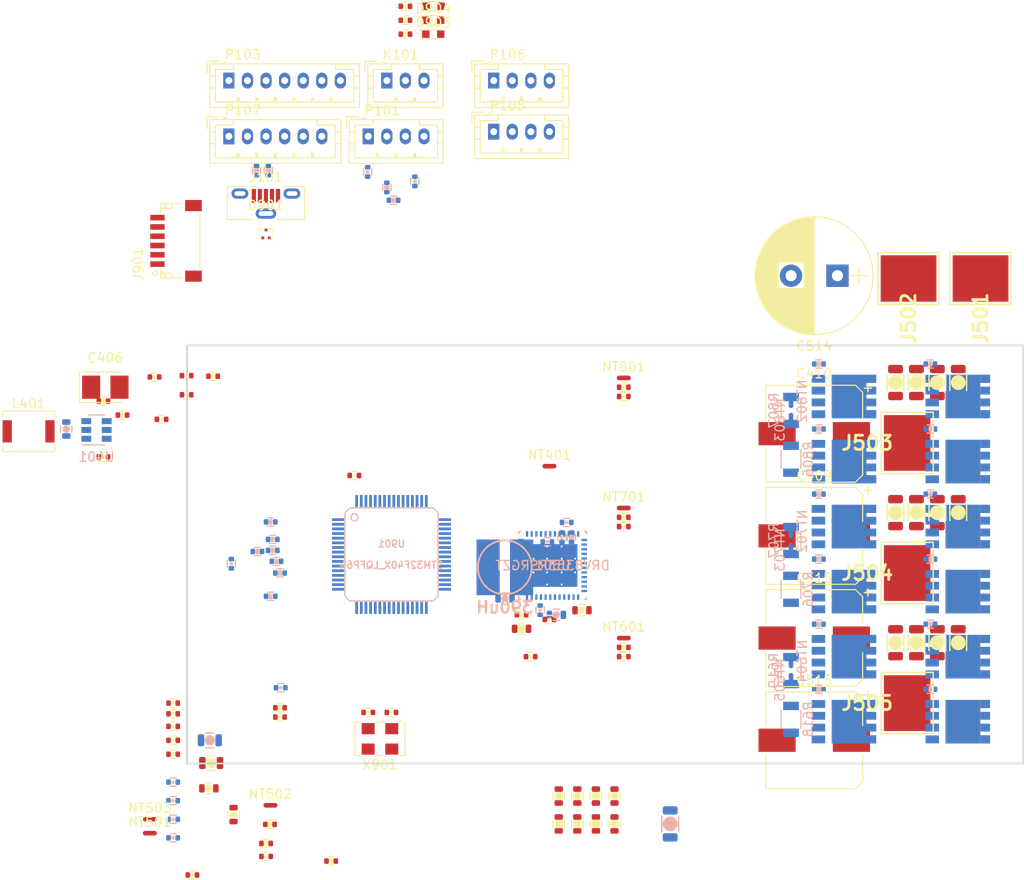
<source format=kicad_pcb>
(kicad_pcb (version 20171130) (host pcbnew "(5.1.4)-1")
  (layers (0 F.Cu signal) (1 In1.Cu power) (2 In2.Cu signal) (31 B.Cu power) (34 B.Paste user) (35 F.Paste user) (36 B.SilkS user) (37 F.SilkS user) (38 B.Mask user) (39 F.Mask user) (44 Edge.Cuts user))
  (net 0 "")
  (net 1 GND)
  (net 2 +3V3)
  (net 3 NRST)
  (net 4 +12V)
  (net 5 "Net-(J101-Pad2)")
  (net 6 "Net-(J101-Pad3)")
  (net 7 SWDIO)
  (net 8 SWCLK)
  (net 9 "Net-(K101-Pad1)")
  (net 10 "Net-(C507-Pad2)")
  (net 11 GNDD)
  (net 12 +BATT)
  (net 13 /drv_power_stage/buck_rcl)
  (net 14 "Net-(Q701-Pad2)")
  (net 15 "Net-(Q702-Pad2)")
  (net 16 "Net-(Q703-Pad2)")
  (net 17 "Net-(Q704-Pad2)")
  (net 18 "Net-(Q801-Pad2)")
  (net 19 "Net-(Q802-Pad2)")
  (net 20 "Net-(Q803-Pad2)")
  (net 21 "Net-(Q804-Pad2)")
  (net 22 GNDA)
  (net 23 /drv_power_stage/ENABLE)
  (net 24 /drv_power_stage/A_VSENSE)
  (net 25 /drv_power_stage/B_VSENSE)
  (net 26 /drv_power_stage/C_VSENSE)
  (net 27 "Net-(C201-Pad1)")
  (net 28 "Net-(C403-Pad1)")
  (net 29 "Net-(C403-Pad2)")
  (net 30 "Net-(C407-Pad2)")
  (net 31 "Net-(C505-Pad1)")
  (net 32 "Net-(C507-Pad1)")
  (net 33 "Net-(C508-Pad2)")
  (net 34 "Net-(C509-Pad1)")
  (net 35 "Net-(C510-Pad2)")
  (net 36 "Net-(C510-Pad1)")
  (net 37 "Net-(C511-Pad2)")
  (net 38 "Net-(C512-Pad2)")
  (net 39 /drv_power_stage/GDRV_VSENSE)
  (net 40 "Net-(C906-Pad1)")
  (net 41 "Net-(C908-Pad1)")
  (net 42 "Net-(D902-Pad1)")
  (net 43 "Net-(D903-Pad1)")
  (net 44 "Net-(D904-Pad1)")
  (net 45 "Net-(K101-Pad2)")
  (net 46 /drv_power_stage/3.3_IREF)
  (net 47 /drv_power_stage/PHASE_B)
  (net 48 /drv_power_stage/PHASE_C)
  (net 49 /drv_power_stage/PHASE_A)
  (net 50 "Net-(Q601-Pad2)")
  (net 51 "Net-(Q602-Pad2)")
  (net 52 "Net-(Q603-Pad2)")
  (net 53 "Net-(Q604-Pad2)")
  (net 54 "Net-(R401-Pad1)")
  (net 55 /drv_power_stage/DRV_SDO)
  (net 56 "Net-(R503-Pad2)")
  (net 57 /drv_power_stage/A_ISENSE)
  (net 58 /drv_power_stage/B_ISENSE)
  (net 59 /drv_power_stage/C_ISENSE)
  (net 60 /Microcontroller/SERVO)
  (net 61 /Microcontroller/ADC_VBUS)
  (net 62 /Microcontroller/ADC_TEMP)
  (net 63 /Microcontroller/TEMP_MOTOR)
  (net 64 /drv_power_stage/power_phase_B/PR_SENSE)
  (net 65 /drv_power_stage/power_phase_B/NR_SENSE)
  (net 66 /drv_power_stage/power_phase_C/PR_SENSE)
  (net 67 /drv_power_stage/power_phase_C/NR_SENSE)
  (net 68 /drv_power_stage/power_phase_A/PR_SENSE)
  (net 69 /drv_power_stage/power_phase_A/NR_SENSE)
  (net 70 /Microcontroller/VCAP2)
  (net 71 /Microcontroller/VCAP1)
  (net 72 /Microcontroller/USB_DM)
  (net 73 /Microcontroller/USB_DP)
  (net 74 /drv_power_stage/power_phase_B/H_SWITCH)
  (net 75 /drv_power_stage/power_phase_C/H_SWITCH)
  (net 76 /drv_power_stage/power_phase_A/H_SWITCH)
  (net 77 /CAN_tranciever/CANH)
  (net 78 /CAN_tranciever/CANL)
  (net 79 /Microcontroller/BRAKE_SW)
  (net 80 /Microcontroller/ADC_BRAKE)
  (net 81 /Microcontroller/ADC_THROTTLE)
  (net 82 /Microcontroller/USART1_RX)
  (net 83 /Microcontroller/USART1_TX)
  (net 84 /Microcontroller/SCL_2)
  (net 85 /Microcontroller/SDA_2)
  (net 86 /Microcontroller/HALL_3)
  (net 87 /Microcontroller/HALL_2)
  (net 88 /Microcontroller/HALL_1)
  (net 89 /drv_power_stage/power_phase_B/PH_GND_LOW)
  (net 90 /drv_power_stage/power_phase_C/PH_GND_LOW)
  (net 91 /drv_power_stage/power_phase_A/PH_GND_LOW)
  (net 92 /Microcontroller/FAULT)
  (net 93 /drv_power_stage/power_phase_B/H_GATE)
  (net 94 /drv_power_stage/power_phase_B/L_GATE)
  (net 95 /drv_power_stage/power_phase_C/H_GATE)
  (net 96 /drv_power_stage/power_phase_C/L_GATE)
  (net 97 /drv_power_stage/power_phase_A/H_GATE)
  (net 98 /drv_power_stage/power_phase_A/L_GATE)
  (net 99 /Microcontroller/LED_GREEN)
  (net 100 /Microcontroller/LED_RED)
  (net 101 /Microcontroller/L3)
  (net 102 /Microcontroller/H3)
  (net 103 /Microcontroller/L2)
  (net 104 /Microcontroller/H2)
  (net 105 /Microcontroller/L1)
  (net 106 /Microcontroller/H1)
  (net 107 "Net-(NT605-Pad1)")
  (net 108 "Net-(NT703-Pad1)")
  (net 109 "Net-(NT803-Pad1)")
  (net 110 "Net-(C511-Pad1)")
  (module Capacitors_SMD:CP_Elec_10x10.5 (layer F.Cu) (at 167.5 142.5 180)
    (fp_text reference C515 (at 0 6.46) (layer F.SilkS))
    (fp_text value 20uF)
    (fp_text user + (at -5.78 4.97) (layer F.SilkS))
    (pad 2 smd rect (at 4 0) (size 4 2.5) (layers F.Cu F.Paste F.Mask))
    (pad 1 smd rect (at -4 0) (size 4 2.5) (layers F.Cu F.Paste F.Mask))
  )
  (module NetTie:NetTie-2_SMD_Pad0.5mm (layer F.Cu) (at 139 113)
    (fp_text reference NT401 (at 0 -1.2) (layer F.SilkS))
    (fp_text value Net-Tie_2)
    (fp_poly (pts (xy -0.5 -0.25) (xy 0.5 -0.25) (xy 0.5 0.25) (xy -0.5 0.25)) (layer F.Cu) (width 0))
    (pad 2 smd circle (at 0.5 0) (size 0.5 0.5) (layers F.Cu) (net 110 "Net-(C511-Pad1)"))
    (pad 1 smd circle (at -0.5 0) (size 0.5 0.5) (layers F.Cu) (net 12 +BATT))
  )
  (module crf1:inductor_smd_5.8mmx4.8hmm (layer B.Cu) (at 134.199475 123.887302)
    (fp_text reference L501 hide)
    (fp_text value 390uH (at 0 4.30022) (layer B.SilkS) (effects (font (size 1.27 1.27) (thickness 0.254)) (justify mirror)))
    (pad 2 smd rect (at -1.80086 0) (size 2.49936 5.99948) (layers B.Cu B.Paste B.Mask) (net 35 "Net-(C510-Pad2)"))
    (pad 1 smd rect (at 1.80086 0) (size 2.49936 5.99948) (layers B.Cu B.Paste B.Mask) (net 38 "Net-(C512-Pad2)"))
  )
  (module crf1:1PAD_6x5mm (layer F.Cu) (at 177.5 138.5 90)
    (fp_text reference J505 (at 0 -4.3 180) (layer F.SilkS) (effects (font (size 1.524 1.524) (thickness 0.3048))))
    (fp_text value C hide)
    (pad 1 smd rect (at 0 0 90) (size 6 5) (layers F.Cu F.Paste F.Mask) (net 48 /drv_power_stage/PHASE_C))
  )
  (module crf1:1PAD_6x5mm (layer F.Cu) (at 177.5 124.5 90)
    (fp_text reference J504 (at 0 -4.3 180) (layer F.SilkS) (effects (font (size 1.524 1.524) (thickness 0.3048))))
    (fp_text value B hide)
    (pad 1 smd rect (at 0 0 90) (size 6 5) (layers F.Cu F.Paste F.Mask) (net 47 /drv_power_stage/PHASE_B))
  )
  (module crf1:1PAD_6x5mm (layer F.Cu) (at 177.5 110.5 90)
    (fp_text reference J503 (at 0 -4.3 180) (layer F.SilkS) (effects (font (size 1.524 1.524) (thickness 0.3048))))
    (fp_text value A hide)
    (pad 1 smd rect (at 0 0 90) (size 6 5) (layers F.Cu F.Paste F.Mask) (net 49 /drv_power_stage/PHASE_A))
  )
  (module crf1:1PAD_6x5mm (layer F.Cu) (at 177.65 92.8 180)
    (fp_text reference J502 (at 0 -4.3 270) (layer F.SilkS) (effects (font (size 1.524 1.524) (thickness 0.3048))))
    (fp_text value Gnd hide)
    (pad 1 smd rect (at 0 0 180) (size 6 5) (layers F.Cu F.Paste F.Mask) (net 1 GND))
  )
  (module crf1:1PAD_6x5mm (layer F.Cu) (at 185.4 92.8 180)
    (fp_text reference J501 (at 0 -4.3 270) (layer F.SilkS) (effects (font (size 1.524 1.524) (thickness 0.3048))))
    (fp_text value +Vbat hide)
    (pad 1 smd rect (at 0 0 180) (size 6 5) (layers F.Cu F.Paste F.Mask) (net 12 +BATT))
  )
  (module Capacitors_SMD:CP_Elec_10x10.5 (layer F.Cu) (at 167.5 131.5 180)
    (fp_text reference C515 (at 0 6.46) (layer F.SilkS))
    (fp_text value 20uF)
    (fp_text user + (at -5.78 4.97) (layer F.SilkS))
    (pad 1 smd rect (at -4 0) (size 4 2.5) (layers F.Cu F.Paste F.Mask) (net 12 +BATT))
    (pad 2 smd rect (at 4 0) (size 4 2.5) (layers F.Cu F.Paste F.Mask) (net 1 GND))
  )
  (module pkl_dipol:C_0402 (layer F.Cu) (at 136.975 133.5)
    (fp_text reference C506)
    (fp_text value 0.1uF)
    (pad 2 smd roundrect (at 0.5 0) (size 0.5 0.6) (layers F.Cu F.Paste F.Mask) (net 22 GNDA))
    (pad 1 smd roundrect (at -0.5 0) (size 0.5 0.6) (layers F.Cu F.Paste F.Mask) (net 46 /drv_power_stage/3.3_IREF))
  )
  (module pkl_dipol:C_0603 (layer B.Cu) (at 134.218474 127.243303)
    (fp_text reference C504)
    (fp_text value 0.1uF)
    (pad 2 smd roundrect (at 0.75 0) (size 0.6 0.9) (layers B.Cu B.Paste B.Mask) (net 11 GNDD))
    (pad 1 smd roundrect (at -0.75 0) (size 0.6 0.9) (layers B.Cu B.Paste B.Mask) (net 12 +BATT))
  )
  (module Capacitors_SMD:CP_Elec_10x10.5 (layer F.Cu) (at 167.5 109.5 180)
    (fp_text reference C410 (at 0 6.46) (layer F.SilkS))
    (fp_text value 20uF)
    (fp_text user + (at -5.78 4.97) (layer F.SilkS))
    (pad 1 smd rect (at -4 0) (size 4 2.5) (layers F.Cu F.Paste F.Mask) (net 12 +BATT))
    (pad 2 smd rect (at 4 0) (size 4 2.5) (layers F.Cu F.Paste F.Mask) (net 1 GND))
  )
  (module Capacitors_SMD:CP_Elec_10x10.5 (layer F.Cu) (at 167.5 120.5 180)
    (fp_text reference C409 (at 0 6.46) (layer F.SilkS))
    (fp_text value 20uF)
    (fp_text user + (at -5.78 4.97) (layer F.SilkS))
    (pad 1 smd rect (at -4 0) (size 4 2.5) (layers F.Cu F.Paste F.Mask) (net 12 +BATT))
    (pad 2 smd rect (at 4 0) (size 4 2.5) (layers F.Cu F.Paste F.Mask) (net 1 GND))
  )
  (module pkl_dipol:R_0402 (layer F.Cu) (at 93.05 107.5)
    (fp_text reference R403)
    (fp_text value "10k 0.1%")
    (pad 2 smd roundrect (at 0.5 0) (size 0.5 0.6) (layers F.Cu F.Paste F.Mask) (net 1 GND))
    (pad 1 smd roundrect (at -0.5 0) (size 0.5 0.6) (layers F.Cu F.Paste F.Mask) (net 30 "Net-(C407-Pad2)"))
  )
  (module pkl_dipol:R_0402 (layer F.Cu) (at 102.8 103.315)
    (fp_text reference R402)
    (fp_text value "R33.2k 0.1%")
    (pad 2 smd roundrect (at 0.5 0) (size 0.5 0.6) (layers F.Cu F.Paste F.Mask) (net 30 "Net-(C407-Pad2)"))
    (pad 1 smd roundrect (at -0.5 0) (size 0.5 0.6) (layers F.Cu F.Paste F.Mask) (net 2 +3V3))
  )
  (module pkl_dipol:R_0402 (layer F.Cu) (at 91 106 180)
    (fp_text reference R401)
    (fp_text value 1k)
    (pad 2 smd roundrect (at 0.5 0 180) (size 0.5 0.6) (layers F.Cu F.Paste F.Mask) (net 4 +12V))
    (pad 1 smd roundrect (at -0.5 0 180) (size 0.5 0.6) (layers F.Cu F.Paste F.Mask) (net 54 "Net-(R401-Pad1)"))
  )
  (module Inductors_SMD:L_Neosid_Ms42 (layer F.Cu) (at 82.94 109.25)
    (fp_text reference L401 (at 0 -3) (layer F.SilkS))
    (fp_text value 3.3uH)
    (pad 1 smd rect (at -2.3 0) (size 1 2.4) (layers F.Cu F.Paste F.Mask) (net 2 +3V3))
    (pad 2 smd rect (at 2.3 0) (size 1 2.4) (layers F.Cu F.Paste F.Mask) (net 28 "Net-(C403-Pad1)"))
  )
  (module pkl_dipol:C_0402 (layer F.Cu) (at 110 140)
    (fp_text reference C408)
    (fp_text value 100nf)
    (pad 2 smd roundrect (at 0.5 0) (size 0.5 0.6) (layers F.Cu F.Paste F.Mask) (net 22 GNDA))
    (pad 1 smd roundrect (at -0.5 0) (size 0.5 0.6) (layers F.Cu F.Paste F.Mask) (net 62 /Microcontroller/ADC_TEMP))
  )
  (module pkl_dipol:C_0402 (layer F.Cu) (at 97.25 107.955)
    (fp_text reference C407)
    (fp_text value NP)
    (pad 2 smd roundrect (at 0.5 0) (size 0.5 0.6) (layers F.Cu F.Paste F.Mask) (net 30 "Net-(C407-Pad2)"))
    (pad 1 smd roundrect (at -0.5 0) (size 0.5 0.6) (layers F.Cu F.Paste F.Mask) (net 2 +3V3))
  )
  (module pkl_dipol:C_0402 (layer F.Cu) (at 96.5 103.4)
    (fp_text reference C405)
    (fp_text value 2.2uf)
    (pad 2 smd roundrect (at 0.5 0) (size 0.5 0.6) (layers F.Cu F.Paste F.Mask) (net 1 GND))
    (pad 1 smd roundrect (at -0.5 0) (size 0.5 0.6) (layers F.Cu F.Paste F.Mask) (net 2 +3V3))
  )
  (module pkl_dipol:C_0402 (layer F.Cu) (at 99.95 105.315)
    (fp_text reference C404)
    (fp_text value 100nf)
    (pad 2 smd roundrect (at 0.5 0) (size 0.5 0.6) (layers F.Cu F.Paste F.Mask) (net 1 GND))
    (pad 1 smd roundrect (at -0.5 0) (size 0.5 0.6) (layers F.Cu F.Paste F.Mask) (net 2 +3V3))
  )
  (module pkl_dipol:C_0402 (layer F.Cu) (at 91 112)
    (fp_text reference C403)
    (fp_text value 100nf)
    (pad 2 smd roundrect (at 0.5 0) (size 0.5 0.6) (layers F.Cu F.Paste F.Mask) (net 29 "Net-(C403-Pad2)"))
    (pad 1 smd roundrect (at -0.5 0) (size 0.5 0.6) (layers F.Cu F.Paste F.Mask) (net 28 "Net-(C403-Pad1)"))
  )
  (module pkl_dipol:C_0402 (layer F.Cu) (at 99.95 103.255)
    (fp_text reference C402)
    (fp_text value 100nf)
    (pad 2 smd roundrect (at 0.5 0) (size 0.5 0.6) (layers F.Cu F.Paste F.Mask) (net 1 GND))
    (pad 1 smd roundrect (at -0.5 0) (size 0.5 0.6) (layers F.Cu F.Paste F.Mask) (net 4 +12V))
  )
  (module pkl_dipol:C_0603 (layer B.Cu) (at 87 109 270)
    (fp_text reference C401)
    (fp_text value 2.2uf)
    (pad 2 smd roundrect (at 0.75 0 270) (size 0.6 0.9) (layers B.Cu B.Paste B.Mask) (net 1 GND))
    (pad 1 smd roundrect (at -0.75 0 270) (size 0.6 0.9) (layers B.Cu B.Paste B.Mask) (net 4 +12V))
  )
  (module Connectors_JST:JST_PH_B4B-PH-K_04x2.00mm_Straight (layer F.Cu) (at 133 71.5)
    (fp_text reference P106 (at 1.5 -2.8) (layer F.SilkS))
    (fp_text value I2C)
    (pad 1 thru_hole rect (at 0 0) (size 1.2 1.7) (drill 0.75) (layers *.Cu *.Mask) (net 84 /Microcontroller/SCL_2))
    (pad 2 thru_hole oval (at 2 0) (size 1.2 1.7) (drill 0.75) (layers *.Cu *.Mask) (net 85 /Microcontroller/SDA_2))
    (pad 3 thru_hole oval (at 4 0) (size 1.2 1.7) (drill 0.75) (layers *.Cu *.Mask) (net 2 +3V3))
    (pad 4 thru_hole oval (at 6 0) (size 1.2 1.7) (drill 0.75) (layers *.Cu *.Mask) (net 1 GND))
  )
  (module Resistors_SMD:R_1206 (layer B.Cu) (at 165 107 270)
    (fp_text reference R807 (at 0 1.85 90) (layer B.SilkS) (effects (justify mirror)))
    (fp_text value 1mΩ)
    (pad 1 smd rect (at -1.45 0 270) (size 0.9 1.7) (layers B.Cu B.Paste B.Mask) (net 91 /drv_power_stage/power_phase_A/PH_GND_LOW))
    (pad 2 smd rect (at 1.45 0 270) (size 0.9 1.7) (layers B.Cu B.Paste B.Mask) (net 11 GNDD))
  )
  (module Resistors_SMD:R_1206 (layer B.Cu) (at 165 112.25 90)
    (fp_text reference R806 (at 0 1.85 90) (layer B.SilkS) (effects (justify mirror)))
    (fp_text value 1mΩ)
    (pad 1 smd rect (at -1.45 0 90) (size 0.9 1.7) (layers B.Cu B.Paste B.Mask) (net 91 /drv_power_stage/power_phase_A/PH_GND_LOW))
    (pad 2 smd rect (at 1.45 0 90) (size 0.9 1.7) (layers B.Cu B.Paste B.Mask) (net 11 GNDD))
  )
  (module Resistors_SMD:R_1206 (layer B.Cu) (at 165 121 270)
    (fp_text reference R707 (at 0 1.85 270) (layer B.SilkS) (effects (justify mirror)))
    (fp_text value 1mΩ)
    (pad 1 smd rect (at -1.45 0 270) (size 0.9 1.7) (layers B.Cu B.Paste B.Mask) (net 90 /drv_power_stage/power_phase_C/PH_GND_LOW))
    (pad 2 smd rect (at 1.45 0 270) (size 0.9 1.7) (layers B.Cu B.Paste B.Mask) (net 11 GNDD))
  )
  (module Resistors_SMD:R_1206 (layer B.Cu) (at 165 126.25 90)
    (fp_text reference R706 (at 0 1.85 90) (layer B.SilkS) (effects (justify mirror)))
    (fp_text value 1mΩ)
    (pad 1 smd rect (at -1.45 0 90) (size 0.9 1.7) (layers B.Cu B.Paste B.Mask) (net 90 /drv_power_stage/power_phase_C/PH_GND_LOW))
    (pad 2 smd rect (at 1.45 0 90) (size 0.9 1.7) (layers B.Cu B.Paste B.Mask) (net 11 GNDD))
  )
  (module Resistors_SMD:R_1206 (layer B.Cu) (at 165 135 270)
    (fp_text reference R619 (at 0 1.85 270) (layer B.SilkS) (effects (justify mirror)))
    (fp_text value 1mΩ)
    (pad 1 smd rect (at -1.45 0 270) (size 0.9 1.7) (layers B.Cu B.Paste B.Mask) (net 89 /drv_power_stage/power_phase_B/PH_GND_LOW))
    (pad 2 smd rect (at 1.45 0 270) (size 0.9 1.7) (layers B.Cu B.Paste B.Mask) (net 11 GNDD))
  )
  (module Resistors_SMD:R_1206 (layer B.Cu) (at 165 140.25 90)
    (fp_text reference R618 (at 0 1.85 90) (layer B.SilkS) (effects (justify mirror)))
    (fp_text value 1mΩ)
    (pad 1 smd rect (at -1.45 0 90) (size 0.9 1.7) (layers B.Cu B.Paste B.Mask) (net 89 /drv_power_stage/power_phase_B/PH_GND_LOW))
    (pad 2 smd rect (at 1.45 0 90) (size 0.9 1.7) (layers B.Cu B.Paste B.Mask) (net 11 GNDD))
  )
  (module NetTie:NetTie-2_SMD_Pad0.5mm (layer B.Cu) (at 165 108 270)
    (fp_text reference NT803 (at 0 1.2 270) (layer B.SilkS) (effects (justify mirror)))
    (fp_text value Net-Tie_2)
    (fp_poly (pts (xy -0.5 0.25) (xy 0.5 0.25) (xy 0.5 -0.25) (xy -0.5 -0.25)) (layer B.Cu) (width 0))
    (pad 2 smd circle (at 0.5 0 270) (size 0.5 0.5) (layers B.Cu) (net 11 GNDD))
    (pad 1 smd circle (at -0.5 0 270) (size 0.5 0.5) (layers B.Cu) (net 109 "Net-(NT803-Pad1)"))
  )
  (module NetTie:NetTie-2_SMD_Pad0.5mm (layer B.Cu) (at 165 106 90)
    (fp_text reference NT802 (at 0 1.2 270) (layer B.SilkS) (effects (justify mirror)))
    (fp_text value Net-Tie_2)
    (fp_poly (pts (xy -0.5 0.25) (xy 0.5 0.25) (xy 0.5 -0.25) (xy -0.5 -0.25)) (layer B.Cu) (width 0))
    (pad 2 smd circle (at 0.5 0 90) (size 0.5 0.5) (layers B.Cu) (net 91 /drv_power_stage/power_phase_A/PH_GND_LOW))
    (pad 1 smd circle (at -0.5 0 90) (size 0.5 0.5) (layers B.Cu) (net 68 /drv_power_stage/power_phase_A/PR_SENSE))
  )
  (module NetTie:NetTie-2_SMD_Pad0.5mm (layer B.Cu) (at 165 122 270)
    (fp_text reference NT703 (at 0 1.2 270) (layer B.SilkS) (effects (justify mirror)))
    (fp_text value Net-Tie_2)
    (fp_poly (pts (xy -0.5 0.25) (xy 0.5 0.25) (xy 0.5 -0.25) (xy -0.5 -0.25)) (layer B.Cu) (width 0))
    (pad 2 smd circle (at 0.5 0 270) (size 0.5 0.5) (layers B.Cu) (net 11 GNDD))
    (pad 1 smd circle (at -0.5 0 270) (size 0.5 0.5) (layers B.Cu) (net 108 "Net-(NT703-Pad1)"))
  )
  (module NetTie:NetTie-2_SMD_Pad0.5mm (layer B.Cu) (at 165 120 90)
    (fp_text reference NT702 (at 0 1.2 90) (layer B.SilkS) (effects (justify mirror)))
    (fp_text value Net-Tie_2)
    (fp_poly (pts (xy -0.5 0.25) (xy 0.5 0.25) (xy 0.5 -0.25) (xy -0.5 -0.25)) (layer B.Cu) (width 0))
    (pad 2 smd circle (at 0.5 0 90) (size 0.5 0.5) (layers B.Cu) (net 90 /drv_power_stage/power_phase_C/PH_GND_LOW))
    (pad 1 smd circle (at -0.5 0 90) (size 0.5 0.5) (layers B.Cu) (net 66 /drv_power_stage/power_phase_C/PR_SENSE))
  )
  (module NetTie:NetTie-2_SMD_Pad0.5mm (layer B.Cu) (at 165 136 270)
    (fp_text reference NT605 (at 0 1.2 270) (layer B.SilkS) (effects (justify mirror)))
    (fp_text value Net-Tie_2)
    (fp_poly (pts (xy -0.5 0.25) (xy 0.5 0.25) (xy 0.5 -0.25) (xy -0.5 -0.25)) (layer B.Cu) (width 0))
    (pad 2 smd circle (at 0.5 0 270) (size 0.5 0.5) (layers B.Cu) (net 11 GNDD))
    (pad 1 smd circle (at -0.5 0 270) (size 0.5 0.5) (layers B.Cu) (net 107 "Net-(NT605-Pad1)"))
  )
  (module NetTie:NetTie-2_SMD_Pad0.5mm (layer B.Cu) (at 165 134 90)
    (fp_text reference NT604 (at 0 1.2 90) (layer B.SilkS) (effects (justify mirror)))
    (fp_text value Net-Tie_2)
    (fp_poly (pts (xy -0.5 0.25) (xy 0.5 0.25) (xy 0.5 -0.25) (xy -0.5 -0.25)) (layer B.Cu) (width 0))
    (pad 2 smd circle (at 0.5 0 90) (size 0.5 0.5) (layers B.Cu) (net 89 /drv_power_stage/power_phase_B/PH_GND_LOW))
    (pad 1 smd circle (at -0.5 0 90) (size 0.5 0.5) (layers B.Cu) (net 64 /drv_power_stage/power_phase_B/PR_SENSE))
  )
  (module pkl_dipol:R_0402 (layer B.Cu) (at 168 109 180)
    (fp_text reference R805)
    (fp_text value 5Ω)
    (pad 1 smd roundrect (at -0.5 0 180) (size 0.5 0.6) (layers B.Cu B.Paste B.Mask) (net 21 "Net-(Q804-Pad2)"))
    (pad 2 smd roundrect (at 0.5 0 180) (size 0.5 0.6) (layers B.Cu B.Paste B.Mask) (net 98 /drv_power_stage/power_phase_A/L_GATE))
  )
  (module Capacitors_THT:CP_Radial_D12.5mm_P5.00mm (layer F.Cu) (at 170 92.5 180)
    (fp_text reference C514 (at 2.5 -7.56) (layer F.SilkS))
    (fp_text value 560uF)
    (pad 1 thru_hole rect (at 0 0 180) (size 2.4 2.4) (drill 1.2) (layers *.Cu *.Mask) (net 12 +BATT))
    (pad 2 thru_hole circle (at 5 0 180) (size 2.4 2.4) (drill 1.2) (layers *.Cu *.Mask) (net 1 GND))
  )
  (module Oscillators:Oscillator_SMD_EuroQuartz_XO53-4pin_5.0x3.2mm (layer F.Cu) (at 120.76 142.35 180)
    (fp_text reference X901 (at 0 -2.8) (layer F.SilkS))
    (fp_text value "8MHz 10ppm")
    (pad 1 smd rect (at -1.27 1.1 180) (size 1.4 1.2) (layers F.Cu F.Paste F.Mask) (net 40 "Net-(C906-Pad1)"))
    (pad 2 smd rect (at 1.27 1.1 180) (size 1.4 1.2) (layers F.Cu F.Paste F.Mask) (net 41 "Net-(C908-Pad1)"))
    (pad 3 smd rect (at 1.27 -1.1 180) (size 1.4 1.2) (layers F.Cu F.Paste F.Mask) (net 1 GND))
    (pad 4 smd rect (at -1.27 -1.1 180) (size 1.4 1.2) (layers F.Cu F.Paste F.Mask))
  )
  (module crf1:lqfp64_pad_mod (layer B.Cu) (at 122 122.5)
    (fp_text reference U901 (at 0 -1.143) (layer B.SilkS) (effects (font (size 0.7493 0.7493) (thickness 0.14986)) (justify mirror)))
    (fp_text value STM32F40X_LQFP64 (at 0 1.143) (layer B.SilkS) (effects (font (size 0.7493 0.7493) (thickness 0.14986)) (justify mirror)))
    (pad 64 smd rect (at -5.75056 -3.74904) (size 1.30048 0.3) (layers B.Cu B.Paste B.Mask) (net 2 +3V3))
    (pad 63 smd rect (at -5.75056 -3.2512) (size 1.30048 0.3) (layers B.Cu B.Paste B.Mask) (net 1 GND))
    (pad 62 smd rect (at -5.75056 -2.75082) (size 1.30048 0.3) (layers B.Cu B.Paste B.Mask))
    (pad 61 smd rect (at -5.75056 -2.25044) (size 1.30048 0.3) (layers B.Cu B.Paste B.Mask))
    (pad 60 smd rect (at -5.75056 -1.75006) (size 1.30048 0.3) (layers B.Cu B.Paste B.Mask) (net 1 GND))
    (pad 48 smd rect (at -3.74904 5.75056) (size 0.3 1.30048) (layers B.Cu B.Paste B.Mask) (net 2 +3V3))
    (pad 47 smd rect (at -3.2512 5.75056) (size 0.3 1.30048) (layers B.Cu B.Paste B.Mask) (net 70 /Microcontroller/VCAP2))
    (pad 46 smd rect (at -2.75082 5.75056) (size 0.3 1.30048) (layers B.Cu B.Paste B.Mask) (net 7 SWDIO))
    (pad 45 smd rect (at -2.25044 5.75056) (size 0.3 1.30048) (layers B.Cu B.Paste B.Mask) (net 73 /Microcontroller/USB_DP))
    (pad 44 smd rect (at -1.75006 5.75056) (size 0.3 1.30048) (layers B.Cu B.Paste B.Mask) (net 72 /Microcontroller/USB_DM))
    (pad 32 smd rect (at 5.75056 3.74904) (size 1.30048 0.3) (layers B.Cu B.Paste B.Mask) (net 2 +3V3))
    (pad 31 smd rect (at 5.75056 3.2512) (size 1.30048 0.3) (layers B.Cu B.Paste B.Mask) (net 71 /Microcontroller/VCAP1))
    (pad 30 smd rect (at 5.75056 2.75082) (size 1.30048 0.3) (layers B.Cu B.Paste B.Mask) (net 85 /Microcontroller/SDA_2))
    (pad 29 smd rect (at 5.75056 2.25044) (size 1.30048 0.3) (layers B.Cu B.Paste B.Mask) (net 84 /Microcontroller/SCL_2))
    (pad 28 smd rect (at 5.75056 1.75006) (size 1.30048 0.3) (layers B.Cu B.Paste B.Mask))
    (pad 16 smd rect (at 3.74904 -5.75056) (size 0.3 1.30048) (layers B.Cu B.Paste B.Mask) (net 26 /drv_power_stage/C_VSENSE))
    (pad 15 smd rect (at 3.2512 -5.75056) (size 0.3 1.30048) (layers B.Cu B.Paste B.Mask) (net 25 /drv_power_stage/B_VSENSE))
    (pad 14 smd rect (at 2.75082 -5.75056) (size 0.3 1.30048) (layers B.Cu B.Paste B.Mask) (net 24 /drv_power_stage/A_VSENSE))
    (pad 13 smd rect (at 2.25044 -5.75056) (size 0.3 1.30048) (layers B.Cu B.Paste B.Mask) (net 2 +3V3))
    (pad 12 smd rect (at 1.75006 -5.75056) (size 0.3 1.30048) (layers B.Cu B.Paste B.Mask) (net 22 GNDA))
    (pad 59 smd rect (at -5.75056 -1.24968) (size 1.30048 0.3) (layers B.Cu B.Paste B.Mask) (net 82 /Microcontroller/USART1_RX))
    (pad 58 smd rect (at -5.75056 -0.7493) (size 1.30048 0.3) (layers B.Cu B.Paste B.Mask) (net 83 /Microcontroller/USART1_TX))
    (pad 57 smd rect (at -5.75056 -0.24892) (size 1.30048 0.3) (layers B.Cu B.Paste B.Mask) (net 79 /Microcontroller/BRAKE_SW))
    (pad 43 smd rect (at -1.24968 5.75056) (size 0.3 1.30048) (layers B.Cu B.Paste B.Mask) (net 102 /Microcontroller/H3))
    (pad 42 smd rect (at -0.7493 5.75056) (size 0.3 1.30048) (layers B.Cu B.Paste B.Mask) (net 104 /Microcontroller/H2))
    (pad 41 smd rect (at -0.24892 5.75056) (size 0.3 1.30048) (layers B.Cu B.Paste B.Mask) (net 106 /Microcontroller/H1))
    (pad 27 smd rect (at 5.75056 1.24968) (size 1.30048 0.3) (layers B.Cu B.Paste B.Mask) (net 80 /Microcontroller/ADC_BRAKE))
    (pad 26 smd rect (at 5.75056 0.7493) (size 1.30048 0.3) (layers B.Cu B.Paste B.Mask) (net 81 /Microcontroller/ADC_THROTTLE))
    (pad 25 smd rect (at 5.75056 0.24892) (size 1.30048 0.3) (layers B.Cu B.Paste B.Mask) (net 63 /Microcontroller/TEMP_MOTOR))
    (pad 11 smd rect (at 1.24968 -5.75056) (size 0.3 1.30048) (layers B.Cu B.Paste B.Mask) (net 61 /Microcontroller/ADC_VBUS))
    (pad 10 smd rect (at 0.7493 -5.75056) (size 0.3 1.30048) (layers B.Cu B.Paste B.Mask) (net 59 /drv_power_stage/C_ISENSE))
    (pad 9 smd rect (at 0.24892 -5.75056) (size 0.3 1.30048) (layers B.Cu B.Paste B.Mask) (net 58 /drv_power_stage/B_ISENSE))
    (pad 56 smd rect (at -5.75056 0.24892) (size 1.30048 0.3) (layers B.Cu B.Paste B.Mask))
    (pad 55 smd rect (at -5.75056 0.7493) (size 1.30048 0.3) (layers B.Cu B.Paste B.Mask))
    (pad 54 smd rect (at -5.75056 1.24968) (size 1.30048 0.3) (layers B.Cu B.Paste B.Mask))
    (pad 53 smd rect (at -5.75056 1.75006) (size 1.30048 0.3) (layers B.Cu B.Paste B.Mask))
    (pad 52 smd rect (at -5.75056 2.25044) (size 1.30048 0.3) (layers B.Cu B.Paste B.Mask))
    (pad 51 smd rect (at -5.75056 2.75082) (size 1.30048 0.3) (layers B.Cu B.Paste B.Mask))
    (pad 50 smd rect (at -5.75056 3.2512) (size 1.30048 0.3) (layers B.Cu B.Paste B.Mask))
    (pad 49 smd rect (at -5.75056 3.74904) (size 1.30048 0.3) (layers B.Cu B.Paste B.Mask) (net 8 SWCLK))
    (pad 40 smd rect (at 0.24892 5.75056) (size 0.3 1.30048) (layers B.Cu B.Paste B.Mask) (net 23 /drv_power_stage/ENABLE))
    (pad 39 smd rect (at 0.7493 5.75056) (size 0.3 1.30048) (layers B.Cu B.Paste B.Mask) (net 86 /Microcontroller/HALL_3))
    (pad 38 smd rect (at 1.24968 5.75056) (size 0.3 1.30048) (layers B.Cu B.Paste B.Mask) (net 87 /Microcontroller/HALL_2))
    (pad 37 smd rect (at 1.75006 5.75056) (size 0.3 1.30048) (layers B.Cu B.Paste B.Mask) (net 88 /Microcontroller/HALL_1))
    (pad 36 smd rect (at 2.25044 5.75056) (size 0.3 1.30048) (layers B.Cu B.Paste B.Mask) (net 101 /Microcontroller/L3))
    (pad 35 smd rect (at 2.75082 5.75056) (size 0.3 1.30048) (layers B.Cu B.Paste B.Mask) (net 103 /Microcontroller/L2))
    (pad 34 smd rect (at 3.2512 5.75056) (size 0.3 1.30048) (layers B.Cu B.Paste B.Mask) (net 105 /Microcontroller/L1))
    (pad 33 smd rect (at 3.74904 5.75056) (size 0.3 1.30048) (layers B.Cu B.Paste B.Mask) (net 92 /Microcontroller/FAULT))
    (pad 24 smd rect (at 5.75056 -0.24892) (size 1.30048 0.3) (layers B.Cu B.Paste B.Mask) (net 62 /Microcontroller/ADC_TEMP))
    (pad 23 smd rect (at 5.75056 -0.7493) (size 1.30048 0.3) (layers B.Cu B.Paste B.Mask))
    (pad 22 smd rect (at 5.75056 -1.24968) (size 1.30048 0.3) (layers B.Cu B.Paste B.Mask))
    (pad 21 smd rect (at 5.75056 -1.75006) (size 1.30048 0.3) (layers B.Cu B.Paste B.Mask))
    (pad 20 smd rect (at 5.75056 -2.25044) (size 1.30048 0.3) (layers B.Cu B.Paste B.Mask))
    (pad 19 smd rect (at 5.75056 -2.75082) (size 1.30048 0.3) (layers B.Cu B.Paste B.Mask) (net 2 +3V3))
    (pad 18 smd rect (at 5.75056 -3.2512) (size 1.30048 0.3) (layers B.Cu B.Paste B.Mask) (net 1 GND))
    (pad 17 smd rect (at 5.75056 -3.74904) (size 1.30048 0.3) (layers B.Cu B.Paste B.Mask) (net 60 /Microcontroller/SERVO))
    (pad 3 smd rect (at -2.75082 -5.75056) (size 0.3 1.30048) (layers B.Cu B.Paste B.Mask) (net 99 /Microcontroller/LED_GREEN))
    (pad 2 smd rect (at -3.2512 -5.75056) (size 0.3 1.30048) (layers B.Cu B.Paste B.Mask))
    (pad 1 smd rect (at -3.74904 -5.75056) (size 0.3 1.30048) (layers B.Cu B.Paste B.Mask) (net 2 +3V3))
    (pad 8 smd rect (at -0.24892 -5.75056) (size 0.3 1.30048) (layers B.Cu B.Paste B.Mask) (net 57 /drv_power_stage/A_ISENSE))
    (pad 7 smd rect (at -0.7493 -5.75056) (size 0.3 1.30048) (layers B.Cu B.Paste B.Mask) (net 3 NRST))
    (pad 6 smd rect (at -1.24968 -5.75056) (size 0.3 1.30048) (layers B.Cu B.Paste B.Mask) (net 41 "Net-(C908-Pad1)"))
    (pad 5 smd rect (at -1.75006 -5.75056) (size 0.3 1.30048) (layers B.Cu B.Paste B.Mask) (net 40 "Net-(C906-Pad1)"))
    (pad 4 smd rect (at -2.25044 -5.75056) (size 0.3 1.30048) (layers B.Cu B.Paste B.Mask) (net 100 /Microcontroller/LED_RED))
  )
  (module Locals:DRV8353RHRGZR (layer B.Cu) (at 139.340474 123.687303)
    (fp_text reference U501 (at 0 0) (layer B.SilkS) (effects (justify mirror)))
    (fp_text value DRV8353RSRGZT (at 0 0) (layer B.SilkS) (effects (justify mirror)))
    (fp_text user * (at 0 0) (layer B.SilkS) (effects (justify mirror)))
    (pad 49 thru_hole circle (at 0.973 2.050001) (size 0.499999 0.499999) (drill 0.2032) (layers *.Cu *.Mask) (net 11 GNDD))
    (pad 49 thru_hole circle (at -0.596999 2.050001) (size 0.499999 0.499999) (drill 0.2032) (layers *.Cu *.Mask) (net 11 GNDD))
    (pad 49 thru_hole circle (at 0.973 0.740001) (size 0.499999 0.499999) (drill 0.2032) (layers *.Cu *.Mask) (net 11 GNDD))
    (pad 49 thru_hole circle (at 0.973 -0.740001) (size 0.499999 0.499999) (drill 0.2032) (layers *.Cu *.Mask) (net 11 GNDD))
    (pad 49 thru_hole circle (at 0.973 -2.050001) (size 0.499999 0.499999) (drill 0.2032) (layers *.Cu *.Mask) (net 11 GNDD))
    (pad 49 thru_hole circle (at 2.426 0.740001) (size 0.499999 0.499999) (drill 0.2032) (layers *.Cu *.Mask) (net 11 GNDD))
    (pad 49 thru_hole circle (at 2.426 -0.740001) (size 0.499999 0.499999) (drill 0.2032) (layers *.Cu *.Mask) (net 11 GNDD))
    (pad 49 thru_hole circle (at -0.596999 0.740001) (size 0.499999 0.499999) (drill 0.2032) (layers *.Cu *.Mask) (net 11 GNDD))
    (pad 49 thru_hole circle (at -0.596999 -0.740001) (size 0.499999 0.499999) (drill 0.2032) (layers *.Cu *.Mask) (net 11 GNDD))
    (pad 49 thru_hole circle (at -0.596999 -2.050001) (size 0.499999 0.499999) (drill 0.2032) (layers *.Cu *.Mask) (net 11 GNDD))
    (pad 49 thru_hole circle (at -2.050001 -0.740001) (size 0.499999 0.499999) (drill 0.2032) (layers *.Cu *.Mask) (net 11 GNDD))
    (pad 49 thru_hole circle (at -2.050001 0.740001) (size 0.499999 0.499999) (drill 0.2032) (layers *.Cu *.Mask) (net 11 GNDD))
    (pad 49 smd rect (at 0.188001 0) (size 4.974999 4.600001) (layers B.Cu B.Mask) (net 11 GNDD))
    (pad 48 smd rect (at -2.75 3.400001) (size 0.24 0.599999) (layers B.Cu B.Paste B.Mask) (net 39 /drv_power_stage/GDRV_VSENSE))
    (pad 47 smd rect (at -2.250001 3.400001) (size 0.24 0.599999) (layers B.Cu B.Paste B.Mask) (net 56 "Net-(R503-Pad2)"))
    (pad 46 smd rect (at -1.749999 3.400001) (size 0.24 0.599999) (layers B.Cu B.Paste B.Mask) (net 13 /drv_power_stage/buck_rcl))
    (pad 45 smd rect (at -1.25 3.400001) (size 0.24 0.599999) (layers B.Cu B.Paste B.Mask) (net 36 "Net-(C510-Pad1)"))
    (pad 44 smd rect (at -0.749998 3.400001) (size 0.24 0.599999) (layers B.Cu B.Paste B.Mask) (net 31 "Net-(C505-Pad1)"))
    (pad 43 smd rect (at -0.25 3.400001) (size 0.24 0.599999) (layers B.Cu B.Paste B.Mask) (net 12 +BATT))
    (pad 42 smd rect (at 0.25 3.400001) (size 0.24 0.599999) (layers B.Cu B.Paste B.Mask) (net 35 "Net-(C510-Pad2)"))
    (pad 41 smd rect (at 0.750001 3.400001) (size 0.24 0.599999) (layers B.Cu B.Paste B.Mask) (net 1 GND))
    (pad 40 smd rect (at 1.25 3.400001) (size 0.24 0.599999) (layers B.Cu B.Paste B.Mask) (net 34 "Net-(C509-Pad1)"))
    (pad 39 smd rect (at 1.750002 3.400001) (size 0.24 0.599999) (layers B.Cu B.Paste B.Mask) (net 101 /Microcontroller/L3))
    (pad 38 smd rect (at 2.250001 3.400001) (size 0.24 0.599999) (layers B.Cu B.Paste B.Mask) (net 102 /Microcontroller/H3))
    (pad 37 smd rect (at 2.75 3.400001) (size 0.24 0.599999) (layers B.Cu B.Paste B.Mask) (net 103 /Microcontroller/L2))
    (pad 36 smd rect (at 3.400001 2.75 270) (size 0.24 0.599999) (layers B.Cu B.Paste B.Mask) (net 104 /Microcontroller/H2))
    (pad 35 smd rect (at 3.400001 2.250001 270) (size 0.24 0.599999) (layers B.Cu B.Paste B.Mask) (net 105 /Microcontroller/L1))
    (pad 34 smd rect (at 3.400001 1.749999 270) (size 0.24 0.599999) (layers B.Cu B.Paste B.Mask) (net 106 /Microcontroller/H1))
    (pad 33 smd rect (at 3.400001 1.25 270) (size 0.24 0.599999) (layers B.Cu B.Paste B.Mask) (net 23 /drv_power_stage/ENABLE))
    (pad 32 smd rect (at 3.400001 0.749998 270) (size 0.24 0.599999) (layers B.Cu B.Paste B.Mask))
    (pad 31 smd rect (at 3.400001 0.25 270) (size 0.24 0.599999) (layers B.Cu B.Paste B.Mask))
    (pad 30 smd rect (at 3.400001 -0.25 270) (size 0.24 0.599999) (layers B.Cu B.Paste B.Mask))
    (pad 29 smd rect (at 3.400001 -0.750001 270) (size 0.24 0.599999) (layers B.Cu B.Paste B.Mask) (net 55 /drv_power_stage/DRV_SDO))
    (pad 28 smd rect (at 3.400001 -1.25 270) (size 0.24 0.599999) (layers B.Cu B.Paste B.Mask) (net 92 /Microcontroller/FAULT))
    (pad 27 smd rect (at 3.400001 -1.750002 270) (size 0.24 0.599999) (layers B.Cu B.Paste B.Mask) (net 22 GNDA))
    (pad 26 smd rect (at 3.400001 -2.250001 270) (size 0.24 0.599999) (layers B.Cu B.Paste B.Mask) (net 46 /drv_power_stage/3.3_IREF))
    (pad 25 smd rect (at 3.400001 -2.75 270) (size 0.24 0.599999) (layers B.Cu B.Paste B.Mask) (net 57 /drv_power_stage/A_ISENSE))
    (pad 24 smd rect (at 2.75 -3.400001) (size 0.24 0.599999) (layers B.Cu B.Paste B.Mask) (net 58 /drv_power_stage/B_ISENSE))
    (pad 23 smd rect (at 2.250001 -3.400001) (size 0.24 0.599999) (layers B.Cu B.Paste B.Mask) (net 59 /drv_power_stage/C_ISENSE))
    (pad 22 smd rect (at 1.750002 -3.400001) (size 0.24 0.599999) (layers B.Cu B.Paste B.Mask) (net 67 /drv_power_stage/power_phase_C/NR_SENSE))
    (pad 21 smd rect (at 1.25 -3.400001) (size 0.24 0.599999) (layers B.Cu B.Paste B.Mask) (net 66 /drv_power_stage/power_phase_C/PR_SENSE))
    (pad 20 smd rect (at 0.750001 -3.400001) (size 0.24 0.599999) (layers B.Cu B.Paste B.Mask) (net 96 /drv_power_stage/power_phase_C/L_GATE))
    (pad 19 smd rect (at 0.25 -3.400001) (size 0.24 0.599999) (layers B.Cu B.Paste B.Mask) (net 75 /drv_power_stage/power_phase_C/H_SWITCH))
    (pad 18 smd rect (at -0.25 -3.400001) (size 0.24 0.599999) (layers B.Cu B.Paste B.Mask) (net 95 /drv_power_stage/power_phase_C/H_GATE))
    (pad 17 smd rect (at -0.749998 -3.400001) (size 0.24 0.599999) (layers B.Cu B.Paste B.Mask) (net 93 /drv_power_stage/power_phase_B/H_GATE))
    (pad 16 smd rect (at -1.25 -3.400001) (size 0.24 0.599999) (layers B.Cu B.Paste B.Mask) (net 74 /drv_power_stage/power_phase_B/H_SWITCH))
    (pad 15 smd rect (at -1.749999 -3.400001) (size 0.24 0.599999) (layers B.Cu B.Paste B.Mask) (net 94 /drv_power_stage/power_phase_B/L_GATE))
    (pad 14 smd rect (at -2.250001 -3.400001) (size 0.24 0.599999) (layers B.Cu B.Paste B.Mask) (net 64 /drv_power_stage/power_phase_B/PR_SENSE))
    (pad 13 smd rect (at -2.75 -3.400001) (size 0.24 0.599999) (layers B.Cu B.Paste B.Mask) (net 65 /drv_power_stage/power_phase_B/NR_SENSE))
    (pad 12 smd rect (at -3.400001 -2.75 270) (size 0.24 0.599999) (layers B.Cu B.Paste B.Mask) (net 69 /drv_power_stage/power_phase_A/NR_SENSE))
    (pad 11 smd rect (at -3.400001 -2.250001 270) (size 0.24 0.599999) (layers B.Cu B.Paste B.Mask) (net 68 /drv_power_stage/power_phase_A/PR_SENSE))
    (pad 10 smd rect (at -3.400001 -1.750002 270) (size 0.24 0.599999) (layers B.Cu B.Paste B.Mask) (net 98 /drv_power_stage/power_phase_A/L_GATE))
    (pad 9 smd rect (at -3.400001 -1.25 270) (size 0.24 0.599999) (layers B.Cu B.Paste B.Mask) (net 76 /drv_power_stage/power_phase_A/H_SWITCH))
    (pad 8 smd rect (at -3.400001 -0.750001 270) (size 0.24 0.599999) (layers B.Cu B.Paste B.Mask) (net 97 /drv_power_stage/power_phase_A/H_GATE))
    (pad 7 smd rect (at -3.400001 -0.25 270) (size 0.24 0.599999) (layers B.Cu B.Paste B.Mask) (net 37 "Net-(C511-Pad2)"))
    (pad 6 smd rect (at -3.400001 0.25 270) (size 0.24 0.599999) (layers B.Cu B.Paste B.Mask) (net 110 "Net-(C511-Pad1)"))
    (pad 5 smd rect (at -3.400001 0.749998 270) (size 0.24 0.599999) (layers B.Cu B.Paste B.Mask) (net 4 +12V))
    (pad 4 smd rect (at -3.400001 1.25 270) (size 0.24 0.599999) (layers B.Cu B.Paste B.Mask) (net 32 "Net-(C507-Pad1)"))
    (pad 3 smd rect (at -3.400001 1.749999 270) (size 0.24 0.599999) (layers B.Cu B.Paste B.Mask) (net 10 "Net-(C507-Pad2)"))
    (pad 2 smd rect (at -3.400001 2.250001 270) (size 0.24 0.599999) (layers B.Cu B.Paste B.Mask) (net 33 "Net-(C508-Pad2)"))
    (pad 1 smd rect (at -3.400001 2.75 270) (size 0.24 0.599999) (layers B.Cu B.Paste B.Mask) (net 11 GNDD))
  )
  (module TO_SOT_Packages_SMD:SOT-23-6 (layer B.Cu) (at 90.25 109.1)
    (fp_text reference U401 (at 0 2.9) (layer B.SilkS) (effects (justify mirror)))
    (fp_text value TPS561201)
    (pad 1 smd rect (at -1.1 0.95) (size 1.06 0.65) (layers B.Cu B.Paste B.Mask) (net 1 GND))
    (pad 2 smd rect (at -1.1 0) (size 1.06 0.65) (layers B.Cu B.Paste B.Mask) (net 28 "Net-(C403-Pad1)"))
    (pad 3 smd rect (at -1.1 -0.95) (size 1.06 0.65) (layers B.Cu B.Paste B.Mask) (net 4 +12V))
    (pad 4 smd rect (at 1.1 -0.95) (size 1.06 0.65) (layers B.Cu B.Paste B.Mask) (net 30 "Net-(C407-Pad2)"))
    (pad 6 smd rect (at 1.1 0.95) (size 1.06 0.65) (layers B.Cu B.Paste B.Mask) (net 29 "Net-(C403-Pad2)"))
    (pad 5 smd rect (at 1.1 0) (size 1.06 0.65) (layers B.Cu B.Paste B.Mask) (net 54 "Net-(R401-Pad1)"))
  )
  (module pkl_dipol:R_0402 (layer B.Cu) (at 168 130 180)
    (fp_text reference R602)
    (fp_text value 5Ω)
    (pad 2 smd roundrect (at 0.5 0 180) (size 0.5 0.6) (layers B.Cu B.Paste B.Mask) (net 94 /drv_power_stage/power_phase_B/L_GATE))
    (pad 1 smd roundrect (at -0.5 0 180) (size 0.5 0.6) (layers B.Cu B.Paste B.Mask) (net 51 "Net-(Q602-Pad2)"))
  )
  (module pkl_dipol:R_0402 (layer B.Cu) (at 180 130 180)
    (fp_text reference R601)
    (fp_text value 5Ω)
    (pad 2 smd roundrect (at 0.5 0 180) (size 0.5 0.6) (layers B.Cu B.Paste B.Mask) (net 93 /drv_power_stage/power_phase_B/H_GATE))
    (pad 1 smd roundrect (at -0.5 0 180) (size 0.5 0.6) (layers B.Cu B.Paste B.Mask) (net 50 "Net-(Q601-Pad2)"))
  )
  (module pkl_dipol:R_0402 (layer F.Cu) (at 100.57 157)
    (fp_text reference R517)
    (fp_text value "NTC 10kΩ")
    (pad 2 smd roundrect (at 0.5 0) (size 0.5 0.6) (layers F.Cu F.Paste F.Mask) (net 11 GNDD))
    (pad 1 smd roundrect (at -0.5 0) (size 0.5 0.6) (layers F.Cu F.Paste F.Mask) (net 62 /Microcontroller/ADC_TEMP))
  )
  (module pkl_dipol:R_0402 (layer F.Cu) (at 110 139 180)
    (fp_text reference R516)
    (fp_text value 10kΩ)
    (pad 2 smd roundrect (at 0.5 0 180) (size 0.5 0.6) (layers F.Cu F.Paste F.Mask) (net 62 /Microcontroller/ADC_TEMP))
    (pad 1 smd roundrect (at -0.5 0 180) (size 0.5 0.6) (layers F.Cu F.Paste F.Mask) (net 2 +3V3))
  )
  (module pkl_dipol:R_0603 (layer F.Cu) (at 140 151.5 270)
    (fp_text reference R515)
    (fp_text value 2.2kΩ)
    (pad 2 smd roundrect (at 0.75 0 270) (size 0.6 0.9) (layers F.Cu F.Paste F.Mask) (net 11 GNDD))
    (pad 1 smd roundrect (at -0.75 0 270) (size 0.6 0.9) (layers F.Cu F.Paste F.Mask) (net 61 /Microcontroller/ADC_VBUS))
  )
  (module pkl_dipol:R_0603 (layer F.Cu) (at 140 148.5 270)
    (fp_text reference R514)
    (fp_text value 47kΩ)
    (pad 2 smd roundrect (at 0.75 0 270) (size 0.6 0.9) (layers F.Cu F.Paste F.Mask) (net 61 /Microcontroller/ADC_VBUS))
    (pad 1 smd roundrect (at -0.75 0 270) (size 0.6 0.9) (layers F.Cu F.Paste F.Mask) (net 12 +BATT))
  )
  (module pkl_dipol:R_0603 (layer F.Cu) (at 146 151.5 270)
    (fp_text reference R513)
    (fp_text value 2.2kΩ)
    (pad 2 smd roundrect (at 0.75 0 270) (size 0.6 0.9) (layers F.Cu F.Paste F.Mask) (net 11 GNDD))
    (pad 1 smd roundrect (at -0.75 0 270) (size 0.6 0.9) (layers F.Cu F.Paste F.Mask) (net 26 /drv_power_stage/C_VSENSE))
  )
  (module pkl_dipol:R_0603 (layer F.Cu) (at 146 148.5 270)
    (fp_text reference R512)
    (fp_text value 47kΩ)
    (pad 2 smd roundrect (at 0.75 0 270) (size 0.6 0.9) (layers F.Cu F.Paste F.Mask) (net 26 /drv_power_stage/C_VSENSE))
    (pad 1 smd roundrect (at -0.75 0 270) (size 0.6 0.9) (layers F.Cu F.Paste F.Mask) (net 48 /drv_power_stage/PHASE_C))
  )
  (module pkl_dipol:R_0603 (layer F.Cu) (at 144 151.5 270)
    (fp_text reference R511)
    (fp_text value 2.2kΩ)
    (pad 2 smd roundrect (at 0.75 0 270) (size 0.6 0.9) (layers F.Cu F.Paste F.Mask) (net 11 GNDD))
    (pad 1 smd roundrect (at -0.75 0 270) (size 0.6 0.9) (layers F.Cu F.Paste F.Mask) (net 25 /drv_power_stage/B_VSENSE))
  )
  (module pkl_dipol:R_0603 (layer F.Cu) (at 144 148.5 270)
    (fp_text reference R510)
    (fp_text value 47kΩ)
    (pad 2 smd roundrect (at 0.75 0 270) (size 0.6 0.9) (layers F.Cu F.Paste F.Mask) (net 25 /drv_power_stage/B_VSENSE))
    (pad 1 smd roundrect (at -0.75 0 270) (size 0.6 0.9) (layers F.Cu F.Paste F.Mask) (net 47 /drv_power_stage/PHASE_B))
  )
  (module pkl_dipol:R_0603 (layer F.Cu) (at 142 151.5 270)
    (fp_text reference R509)
    (fp_text value 2.2kΩ)
    (pad 2 smd roundrect (at 0.75 0 270) (size 0.6 0.9) (layers F.Cu F.Paste F.Mask) (net 11 GNDD))
    (pad 1 smd roundrect (at -0.75 0 270) (size 0.6 0.9) (layers F.Cu F.Paste F.Mask) (net 24 /drv_power_stage/A_VSENSE))
  )
  (module pkl_dipol:R_0603 (layer F.Cu) (at 142 148.5 270)
    (fp_text reference R508)
    (fp_text value 47kΩ)
    (pad 2 smd roundrect (at 0.75 0 270) (size 0.6 0.9) (layers F.Cu F.Paste F.Mask) (net 24 /drv_power_stage/A_VSENSE))
    (pad 1 smd roundrect (at -0.75 0 270) (size 0.6 0.9) (layers F.Cu F.Paste F.Mask) (net 49 /drv_power_stage/PHASE_A))
  )
  (module pkl_dipol:R_0603 (layer F.Cu) (at 136 130.5)
    (fp_text reference R507)
    (fp_text value 910mΩ)
    (pad 2 smd roundrect (at 0.75 0) (size 0.6 0.9) (layers F.Cu F.Paste F.Mask) (net 4 +12V))
    (pad 1 smd roundrect (at -0.75 0) (size 0.6 0.9) (layers F.Cu F.Paste F.Mask) (net 38 "Net-(C512-Pad2)"))
  )
  (module pkl_dipol:R_0402 (layer F.Cu) (at 108.5 153.6)
    (fp_text reference R506)
    (fp_text value 1.0kΩ)
    (pad 2 smd roundrect (at 0.5 0) (size 0.5 0.6) (layers F.Cu F.Paste F.Mask) (net 11 GNDD))
    (pad 1 smd roundrect (at -0.5 0) (size 0.5 0.6) (layers F.Cu F.Paste F.Mask) (net 39 /drv_power_stage/GDRV_VSENSE))
  )
  (module pkl_dipol:R_0402 (layer F.Cu) (at 136 129)
    (fp_text reference R505)
    (fp_text value 5.1kΩ)
    (pad 2 smd roundrect (at 0.5 0) (size 0.5 0.6) (layers F.Cu F.Paste F.Mask) (net 39 /drv_power_stage/GDRV_VSENSE))
    (pad 1 smd roundrect (at -0.5 0) (size 0.5 0.6) (layers F.Cu F.Paste F.Mask) (net 38 "Net-(C512-Pad2)"))
  )
  (module pkl_dipol:R_0402 (layer F.Cu) (at 108.92 151.55)
    (fp_text reference R504)
    (fp_text value 200kΩ)
    (pad 2 smd roundrect (at 0.5 0) (size 0.5 0.6) (layers F.Cu F.Paste F.Mask) (net 13 /drv_power_stage/buck_rcl))
    (pad 1 smd roundrect (at -0.5 0) (size 0.5 0.6) (layers F.Cu F.Paste F.Mask) (net 11 GNDD))
  )
  (module pkl_dipol:R_0402 (layer B.Cu) (at 141.372474 120.639303 90)
    (fp_text reference R503)
    (fp_text value 560kΩ)
    (pad 2 smd roundrect (at 0.5 0 90) (size 0.5 0.6) (layers B.Cu B.Paste B.Mask) (net 56 "Net-(R503-Pad2)"))
    (pad 1 smd roundrect (at -0.5 0 90) (size 0.5 0.6) (layers B.Cu B.Paste B.Mask) (net 12 +BATT))
  )
  (module pkl_dipol:C_0402 (layer B.Cu) (at 140.356474 120.639303 270)
    (fp_text reference R502)
    (fp_text value 10kΩ)
    (pad 2 smd roundrect (at 0.5 0 270) (size 0.5 0.6) (layers B.Cu B.Paste B.Mask) (net 92 /Microcontroller/FAULT))
    (pad 1 smd roundrect (at -0.5 0 270) (size 0.5 0.6) (layers B.Cu B.Paste B.Mask) (net 2 +3V3))
  )
  (module pkl_dipol:C_0402 (layer B.Cu) (at 138.774474 121.147303 180)
    (fp_text reference R501)
    (fp_text value 1kOhm)
    (pad 2 smd roundrect (at 0.5 0 180) (size 0.5 0.6) (layers B.Cu B.Paste B.Mask) (net 55 /drv_power_stage/DRV_SDO))
    (pad 1 smd roundrect (at -0.5 0 180) (size 0.5 0.6) (layers B.Cu B.Paste B.Mask) (net 2 +3V3))
  )
  (module pkl_dipol:R_0402 (layer B.Cu) (at 121.5 83 270)
    (fp_text reference R202)
    (fp_text value 120R)
    (pad 2 smd roundrect (at 0.5 0 270) (size 0.5 0.6) (layers B.Cu B.Paste B.Mask) (net 27 "Net-(C201-Pad1)"))
    (pad 1 smd roundrect (at -0.5 0 270) (size 0.5 0.6) (layers B.Cu B.Paste B.Mask) (net 78 /CAN_tranciever/CANL))
  )
  (module pkl_dipol:R_0402 (layer B.Cu) (at 122.218 84.376)
    (fp_text reference R201)
    (fp_text value 120R)
    (pad 2 smd roundrect (at 0.5 0) (size 0.5 0.6) (layers B.Cu B.Paste B.Mask) (net 27 "Net-(C201-Pad1)"))
    (pad 1 smd roundrect (at -0.5 0) (size 0.5 0.6) (layers B.Cu B.Paste B.Mask) (net 77 /CAN_tranciever/CANH))
  )
  (module pkl_dipol:R_0402 (layer F.Cu) (at 115.5 155.5 180)
    (fp_text reference R110)
    (fp_text value 10kΩ)
    (pad 2 smd roundrect (at 0.5 0 180) (size 0.5 0.6) (layers F.Cu F.Paste F.Mask) (net 2 +3V3))
    (pad 1 smd roundrect (at -0.5 0 180) (size 0.5 0.6) (layers F.Cu F.Paste F.Mask) (net 63 /Microcontroller/TEMP_MOTOR))
  )
  (module pkl_dipol:R_0402 (layer B.Cu) (at 109 127)
    (fp_text reference R109)
    (fp_text value 2k2Ω)
    (pad 2 smd roundrect (at 0.5 0) (size 0.5 0.6) (layers B.Cu B.Paste B.Mask) (net 2 +3V3))
    (pad 1 smd roundrect (at -0.5 0) (size 0.5 0.6) (layers B.Cu B.Paste B.Mask) (net 86 /Microcontroller/HALL_3))
  )
  (module pkl_dipol:R_0402 (layer B.Cu) (at 110 124.5)
    (fp_text reference R108)
    (fp_text value 2k2Ω)
    (pad 2 smd roundrect (at 0.5 0) (size 0.5 0.6) (layers B.Cu B.Paste B.Mask) (net 2 +3V3))
    (pad 1 smd roundrect (at -0.5 0) (size 0.5 0.6) (layers B.Cu B.Paste B.Mask) (net 87 /Microcontroller/HALL_2))
  )
  (module pkl_dipol:R_0402 (layer B.Cu) (at 109.216936 120.880038)
    (fp_text reference R107)
    (fp_text value 2k2Ω)
    (pad 2 smd roundrect (at 0.5 0) (size 0.5 0.6) (layers B.Cu B.Paste B.Mask) (net 2 +3V3))
    (pad 1 smd roundrect (at -0.5 0) (size 0.5 0.6) (layers B.Cu B.Paste B.Mask) (net 88 /Microcontroller/HALL_1))
  )
  (module pkl_dipol:R_0402 (layer B.Cu) (at 109.216936 122.060038)
    (fp_text reference R106)
    (fp_text value 22R)
    (pad 2 smd roundrect (at 0.5 0) (size 0.5 0.6) (layers B.Cu B.Paste B.Mask) (net 5 "Net-(J101-Pad2)"))
    (pad 1 smd roundrect (at -0.5 0) (size 0.5 0.6) (layers B.Cu B.Paste B.Mask) (net 72 /Microcontroller/USB_DM))
  )
  (module pkl_dipol:R_0402 (layer B.Cu) (at 107.47 81.176 270)
    (fp_text reference R105)
    (fp_text value 22R)
    (pad 2 smd roundrect (at 0.5 0 270) (size 0.5 0.6) (layers B.Cu B.Paste B.Mask) (net 6 "Net-(J101-Pad3)"))
    (pad 1 smd roundrect (at -0.5 0 270) (size 0.5 0.6) (layers B.Cu B.Paste B.Mask) (net 73 /Microcontroller/USB_DP))
  )
  (module pkl_dipol:R_0402 (layer B.Cu) (at 108.74 81.176 90)
    (fp_text reference R104)
    (fp_text value 100kΩ)
    (pad 2 smd roundrect (at 0.5 0 90) (size 0.5 0.6) (layers B.Cu B.Paste B.Mask) (net 1 GND))
    (pad 1 smd roundrect (at -0.5 0 90) (size 0.5 0.6) (layers B.Cu B.Paste B.Mask) (net 80 /Microcontroller/ADC_BRAKE))
  )
  (module pkl_dipol:R_0402 (layer B.Cu) (at 107.566936 122.180038)
    (fp_text reference R103)
    (fp_text value 100kΩ)
    (pad 2 smd roundrect (at 0.5 0) (size 0.5 0.6) (layers B.Cu B.Paste B.Mask) (net 1 GND))
    (pad 1 smd roundrect (at -0.5 0) (size 0.5 0.6) (layers B.Cu B.Paste B.Mask) (net 81 /Microcontroller/ADC_THROTTLE))
  )
  (module pkl_dipol:R_0402 (layer B.Cu) (at 109.616936 123.240038)
    (fp_text reference R102)
    (fp_text value 100Ω)
    (pad 2 smd roundrect (at 0.5 0) (size 0.5 0.6) (layers B.Cu B.Paste B.Mask) (net 9 "Net-(K101-Pad1)"))
    (pad 1 smd roundrect (at -0.5 0) (size 0.5 0.6) (layers B.Cu B.Paste B.Mask) (net 60 /Microcontroller/SERVO))
  )
  (module pkl_dipol:R_0402 (layer B.Cu) (at 109 119 180)
    (fp_text reference R101)
    (fp_text value 0Ω)
    (pad 2 smd roundrect (at 0.5 0 180) (size 0.5 0.6) (layers B.Cu B.Paste B.Mask) (net 2 +3V3))
    (pad 1 smd roundrect (at -0.5 0 180) (size 0.5 0.6) (layers B.Cu B.Paste B.Mask) (net 45 "Net-(K101-Pad2)"))
  )
  (module moxie-drive-custom:SOP8_Advance (layer B.Cu) (at 171.25 140.5 90)
    (fp_text reference Q604)
    (fp_text value "TPH2R608NH,L1Q ")
    (pad 1 smd rect (at 0 0 180) (size 3.75 4.7) (layers B.Cu B.Paste B.Mask) (net 47 /drv_power_stage/PHASE_B))
    (pad 3 smd rect (at -1.905 -3.3 180) (size 1.45 0.85) (layers B.Cu B.Paste B.Mask) (net 89 /drv_power_stage/power_phase_B/PH_GND_LOW))
    (pad 3 smd rect (at -0.635 -3.3 180) (size 1.45 0.85) (layers B.Cu B.Paste B.Mask) (net 89 /drv_power_stage/power_phase_B/PH_GND_LOW))
    (pad 3 smd rect (at 0.635 -3.3 180) (size 1.45 0.85) (layers B.Cu B.Paste B.Mask) (net 89 /drv_power_stage/power_phase_B/PH_GND_LOW))
    (pad 2 smd rect (at 1.905 -3.3 180) (size 1.45 0.85) (layers B.Cu B.Paste B.Mask) (net 53 "Net-(Q604-Pad2)"))
    (pad 1 smd rect (at 1.905 2.4 180) (size 1.05 0.89) (layers B.Cu B.Paste B.Mask) (net 47 /drv_power_stage/PHASE_B))
    (pad 1 smd rect (at 0.635 2.4 180) (size 1.05 0.85) (layers B.Cu B.Paste B.Mask) (net 47 /drv_power_stage/PHASE_B))
    (pad 1 smd rect (at -0.635 2.4 180) (size 1.05 0.85) (layers B.Cu B.Paste B.Mask) (net 47 /drv_power_stage/PHASE_B))
    (pad 1 smd rect (at -1.905 2.4 180) (size 1.05 0.89) (layers B.Cu B.Paste B.Mask) (net 47 /drv_power_stage/PHASE_B))
  )
  (module moxie-drive-custom:SOP8_Advance (layer B.Cu) (at 183.5 140.5 90)
    (fp_text reference Q603)
    (fp_text value "TPH2R608NH,L1Q ")
    (pad 1 smd rect (at 0 0 180) (size 3.75 4.7) (layers B.Cu B.Paste B.Mask) (net 12 +BATT))
    (pad 3 smd rect (at -1.905 -3.3 180) (size 1.45 0.85) (layers B.Cu B.Paste B.Mask) (net 47 /drv_power_stage/PHASE_B))
    (pad 3 smd rect (at -0.635 -3.3 180) (size 1.45 0.85) (layers B.Cu B.Paste B.Mask) (net 47 /drv_power_stage/PHASE_B))
    (pad 3 smd rect (at 0.635 -3.3 180) (size 1.45 0.85) (layers B.Cu B.Paste B.Mask) (net 47 /drv_power_stage/PHASE_B))
    (pad 2 smd rect (at 1.905 -3.3 180) (size 1.45 0.85) (layers B.Cu B.Paste B.Mask) (net 52 "Net-(Q603-Pad2)"))
    (pad 1 smd rect (at 1.905 2.4 180) (size 1.05 0.89) (layers B.Cu B.Paste B.Mask) (net 12 +BATT))
    (pad 1 smd rect (at 0.635 2.4 180) (size 1.05 0.85) (layers B.Cu B.Paste B.Mask) (net 12 +BATT))
    (pad 1 smd rect (at -0.635 2.4 180) (size 1.05 0.85) (layers B.Cu B.Paste B.Mask) (net 12 +BATT))
    (pad 1 smd rect (at -1.905 2.4 180) (size 1.05 0.89) (layers B.Cu B.Paste B.Mask) (net 12 +BATT))
  )
  (module moxie-drive-custom:SOP8_Advance (layer B.Cu) (at 171.25 133.5 90)
    (fp_text reference Q602)
    (fp_text value "TPH2R608NH,L1Q ")
    (pad 1 smd rect (at 0 0 180) (size 3.75 4.7) (layers B.Cu B.Paste B.Mask) (net 47 /drv_power_stage/PHASE_B))
    (pad 3 smd rect (at -1.905 -3.3 180) (size 1.45 0.85) (layers B.Cu B.Paste B.Mask) (net 89 /drv_power_stage/power_phase_B/PH_GND_LOW))
    (pad 3 smd rect (at -0.635 -3.3 180) (size 1.45 0.85) (layers B.Cu B.Paste B.Mask) (net 89 /drv_power_stage/power_phase_B/PH_GND_LOW))
    (pad 3 smd rect (at 0.635 -3.3 180) (size 1.45 0.85) (layers B.Cu B.Paste B.Mask) (net 89 /drv_power_stage/power_phase_B/PH_GND_LOW))
    (pad 2 smd rect (at 1.905 -3.3 180) (size 1.45 0.85) (layers B.Cu B.Paste B.Mask) (net 51 "Net-(Q602-Pad2)"))
    (pad 1 smd rect (at 1.905 2.4 180) (size 1.05 0.89) (layers B.Cu B.Paste B.Mask) (net 47 /drv_power_stage/PHASE_B))
    (pad 1 smd rect (at 0.635 2.4 180) (size 1.05 0.85) (layers B.Cu B.Paste B.Mask) (net 47 /drv_power_stage/PHASE_B))
    (pad 1 smd rect (at -0.635 2.4 180) (size 1.05 0.85) (layers B.Cu B.Paste B.Mask) (net 47 /drv_power_stage/PHASE_B))
    (pad 1 smd rect (at -1.905 2.4 180) (size 1.05 0.89) (layers B.Cu B.Paste B.Mask) (net 47 /drv_power_stage/PHASE_B))
  )
  (module moxie-drive-custom:SOP8_Advance (layer B.Cu) (at 183.5 133.5 90)
    (fp_text reference Q601)
    (fp_text value "TPH2R608NH,L1Q ")
    (pad 1 smd rect (at 0 0 180) (size 3.75 4.7) (layers B.Cu B.Paste B.Mask) (net 12 +BATT))
    (pad 3 smd rect (at -1.905 -3.3 180) (size 1.45 0.85) (layers B.Cu B.Paste B.Mask) (net 47 /drv_power_stage/PHASE_B))
    (pad 3 smd rect (at -0.635 -3.3 180) (size 1.45 0.85) (layers B.Cu B.Paste B.Mask) (net 47 /drv_power_stage/PHASE_B))
    (pad 3 smd rect (at 0.635 -3.3 180) (size 1.45 0.85) (layers B.Cu B.Paste B.Mask) (net 47 /drv_power_stage/PHASE_B))
    (pad 2 smd rect (at 1.905 -3.3 180) (size 1.45 0.85) (layers B.Cu B.Paste B.Mask) (net 50 "Net-(Q601-Pad2)"))
    (pad 1 smd rect (at 1.905 2.4 180) (size 1.05 0.89) (layers B.Cu B.Paste B.Mask) (net 12 +BATT))
    (pad 1 smd rect (at 0.635 2.4 180) (size 1.05 0.85) (layers B.Cu B.Paste B.Mask) (net 12 +BATT))
    (pad 1 smd rect (at -0.635 2.4 180) (size 1.05 0.85) (layers B.Cu B.Paste B.Mask) (net 12 +BATT))
    (pad 1 smd rect (at -1.905 2.4 180) (size 1.05 0.89) (layers B.Cu B.Paste B.Mask) (net 12 +BATT))
  )
  (module Connectors_JST:JST_PH_B4B-PH-K_04x2.00mm_Straight (layer F.Cu) (at 133 77)
    (fp_text reference P105 (at 1.5 -2.8) (layer F.SilkS))
    (fp_text value Serial1/tim4)
    (pad 1 thru_hole rect (at 0 0) (size 1.2 1.7) (drill 0.75) (layers *.Cu *.Mask) (net 82 /Microcontroller/USART1_RX))
    (pad 2 thru_hole oval (at 2 0) (size 1.2 1.7) (drill 0.75) (layers *.Cu *.Mask) (net 83 /Microcontroller/USART1_TX))
    (pad 3 thru_hole oval (at 4 0) (size 1.2 1.7) (drill 0.75) (layers *.Cu *.Mask) (net 2 +3V3))
    (pad 4 thru_hole oval (at 6 0) (size 1.2 1.7) (drill 0.75) (layers *.Cu *.Mask) (net 1 GND))
  )
  (module NetTie:NetTie-2_SMD_Pad0.5mm (layer F.Cu) (at 96 151)
    (fp_text reference NT503 (at 0 -1.2) (layer F.SilkS))
    (fp_text value Net-Tie_2)
    (fp_poly (pts (xy -0.5 -0.25) (xy 0.5 -0.25) (xy 0.5 0.25) (xy -0.5 0.25)) (layer F.Cu) (width 0))
    (pad 2 smd circle (at 0.5 0) (size 0.5 0.5) (layers F.Cu) (net 2 +3V3))
    (pad 1 smd circle (at -0.5 0) (size 0.5 0.5) (layers F.Cu) (net 46 /drv_power_stage/3.3_IREF))
  )
  (module NetTie:NetTie-2_SMD_Pad0.5mm (layer F.Cu) (at 108.97 149.5)
    (fp_text reference NT502 (at 0 -1.2) (layer F.SilkS))
    (fp_text value Net-Tie_2)
    (fp_poly (pts (xy -0.5 -0.25) (xy 0.5 -0.25) (xy 0.5 0.25) (xy -0.5 0.25)) (layer F.Cu) (width 0))
    (pad 2 smd circle (at 0.5 0) (size 0.5 0.5) (layers F.Cu) (net 1 GND))
    (pad 1 smd circle (at -0.5 0) (size 0.5 0.5) (layers F.Cu) (net 11 GNDD))
  )
  (module NetTie:NetTie-2_SMD_Pad0.5mm (layer F.Cu) (at 96 152.5)
    (fp_text reference NT501 (at 0 -1.2) (layer F.SilkS))
    (fp_text value Net-Tie_2)
    (fp_poly (pts (xy -0.5 -0.25) (xy 0.5 -0.25) (xy 0.5 0.25) (xy -0.5 0.25)) (layer F.Cu) (width 0))
    (pad 2 smd circle (at 0.5 0) (size 0.5 0.5) (layers F.Cu) (net 1 GND))
    (pad 1 smd circle (at -0.5 0) (size 0.5 0.5) (layers F.Cu) (net 22 GNDA))
  )
  (module Connectors_JST:JST_SH_SM06B-SRSS-TB_06x1.00mm_Angled (layer F.Cu) (at 98.75 88.75 90)
    (fp_text reference J901 (at -2.5 -4 90) (layer F.SilkS))
    (fp_text value SWD)
    (pad 1 smd rect (at -2.5 -1.9375 90) (size 0.6 1.55) (layers F.Cu F.Paste F.Mask) (net 2 +3V3))
    (pad 2 smd rect (at -1.5 -1.9375 90) (size 0.6 1.55) (layers F.Cu F.Paste F.Mask) (net 8 SWCLK))
    (pad 3 smd rect (at -0.5 -1.9375 90) (size 0.6 1.55) (layers F.Cu F.Paste F.Mask) (net 1 GND))
    (pad 4 smd rect (at 0.5 -1.9375 90) (size 0.6 1.55) (layers F.Cu F.Paste F.Mask) (net 7 SWDIO))
    (pad 5 smd rect (at 1.5 -1.9375 90) (size 0.6 1.55) (layers F.Cu F.Paste F.Mask) (net 3 NRST))
    (pad 6 smd rect (at 2.5 -1.9375 90) (size 0.6 1.55) (layers F.Cu F.Paste F.Mask))
    (pad "" smd rect (at -3.8 1.9375 90) (size 1.2 1.8) (layers F.Cu F.Paste F.Mask))
    (pad "" smd rect (at 3.8 1.9375 90) (size 1.2 1.8) (layers F.Cu F.Paste F.Mask))
  )
  (module LEDs:LED_0603 (layer F.Cu) (at 126.5 65)
    (fp_text reference D904 (at 0 -1.25) (layer F.SilkS))
    (fp_text value RED)
    (pad 2 smd rect (at 0.8 0 180) (size 0.8 0.8) (layers F.Cu F.Paste F.Mask) (net 1 GND))
    (pad 1 smd rect (at -0.8 0 180) (size 0.8 0.8) (layers F.Cu F.Paste F.Mask) (net 44 "Net-(D904-Pad1)"))
  )
  (module LEDs:LED_0603 (layer F.Cu) (at 126.5 66.5)
    (fp_text reference D903 (at 0 -1.25) (layer F.SilkS))
    (fp_text value GREEN)
    (pad 2 smd rect (at 0.8 0 180) (size 0.8 0.8) (layers F.Cu F.Paste F.Mask) (net 1 GND))
    (pad 1 smd rect (at -0.8 0 180) (size 0.8 0.8) (layers F.Cu F.Paste F.Mask) (net 43 "Net-(D903-Pad1)"))
  )
  (module LEDs:LED_0603 (layer F.Cu) (at 126.54 63.5)
    (fp_text reference D902 (at 0 -1.25) (layer F.SilkS))
    (fp_text value BLUE)
    (pad 2 smd rect (at 0.8 0 180) (size 0.8 0.8) (layers F.Cu F.Paste F.Mask) (net 1 GND))
    (pad 1 smd rect (at -0.8 0 180) (size 0.8 0.8) (layers F.Cu F.Paste F.Mask) (net 42 "Net-(D902-Pad1)"))
  )
  (module digikey-footprints:SOT-3 (layer F.Cu) (at 108.5 88)
    (fp_text reference D901 (at -0.025 -3.075) (layer F.SilkS))
    (fp_text value TPD2EUSB30DRTR)
    (pad 2 smd rect (at 0.35 0.425) (size 0.3 0.3) (layers F.Cu F.Paste F.Mask) (net 72 /Microcontroller/USB_DM))
    (pad 3 smd rect (at 0 -0.425) (size 0.3 0.3) (layers F.Cu F.Paste F.Mask) (net 1 GND))
    (pad 1 smd rect (at -0.35 0.425) (size 0.3 0.3) (layers F.Cu F.Paste F.Mask) (net 73 /Microcontroller/USB_DP))
  )
  (module pkl_dipol:C_0402 (layer F.Cu) (at 98.5 142.5 180)
    (fp_text reference C912)
    (fp_text value 2.2u)
    (pad 2 smd roundrect (at 0.5 0 180) (size 0.5 0.6) (layers F.Cu F.Paste F.Mask) (net 2 +3V3))
    (pad 1 smd roundrect (at -0.5 0 180) (size 0.5 0.6) (layers F.Cu F.Paste F.Mask) (net 1 GND))
  )
  (module pkl_dipol:C_0402 (layer F.Cu) (at 98.5 144 180)
    (fp_text reference C911)
    (fp_text value 2.2u)
    (pad 2 smd roundrect (at 0.5 0 180) (size 0.5 0.6) (layers F.Cu F.Paste F.Mask) (net 2 +3V3))
    (pad 1 smd roundrect (at -0.5 0 180) (size 0.5 0.6) (layers F.Cu F.Paste F.Mask) (net 1 GND))
  )
  (module pkl_dipol:C_0402 (layer F.Cu) (at 98.5 141 180)
    (fp_text reference C910)
    (fp_text value 2.2u)
    (pad 2 smd roundrect (at 0.5 0 180) (size 0.5 0.6) (layers F.Cu F.Paste F.Mask) (net 2 +3V3))
    (pad 1 smd roundrect (at -0.5 0 180) (size 0.5 0.6) (layers F.Cu F.Paste F.Mask) (net 1 GND))
  )
  (module pkl_dipol:C_0402 (layer F.Cu) (at 98.5 138.5 180)
    (fp_text reference C909)
    (fp_text value 2.2u)
    (pad 2 smd roundrect (at 0.5 0 180) (size 0.5 0.6) (layers F.Cu F.Paste F.Mask) (net 2 +3V3))
    (pad 1 smd roundrect (at -0.5 0 180) (size 0.5 0.6) (layers F.Cu F.Paste F.Mask) (net 1 GND))
  )
  (module pkl_dipol:C_0402 (layer F.Cu) (at 119.5 139.5)
    (fp_text reference C908)
    (fp_text value 15p)
    (pad 2 smd roundrect (at 0.5 0) (size 0.5 0.6) (layers F.Cu F.Paste F.Mask) (net 1 GND))
    (pad 1 smd roundrect (at -0.5 0) (size 0.5 0.6) (layers F.Cu F.Paste F.Mask) (net 41 "Net-(C908-Pad1)"))
  )
  (module pkl_dipol:C_0402 (layer F.Cu) (at 98.5 139.65 180)
    (fp_text reference C907)
    (fp_text value 2.2u)
    (pad 2 smd roundrect (at 0.5 0 180) (size 0.5 0.6) (layers F.Cu F.Paste F.Mask) (net 2 +3V3))
    (pad 1 smd roundrect (at -0.5 0 180) (size 0.5 0.6) (layers F.Cu F.Paste F.Mask) (net 1 GND))
  )
  (module pkl_dipol:C_0402 (layer F.Cu) (at 122 139.5 180)
    (fp_text reference C906)
    (fp_text value 15p)
    (pad 2 smd roundrect (at 0.5 0 180) (size 0.5 0.6) (layers F.Cu F.Paste F.Mask) (net 1 GND))
    (pad 1 smd roundrect (at -0.5 0 180) (size 0.5 0.6) (layers F.Cu F.Paste F.Mask) (net 40 "Net-(C906-Pad1)"))
  )
  (module pkl_dipol:C_0402 (layer B.Cu) (at 98.5 153)
    (fp_text reference C905)
    (fp_text value 2.2u)
    (pad 1 smd roundrect (at -0.5 0) (size 0.5 0.6) (layers B.Cu B.Paste B.Mask) (net 22 GNDA))
    (pad 2 smd roundrect (at 0.5 0) (size 0.5 0.6) (layers B.Cu B.Paste B.Mask) (net 2 +3V3))
  )
  (module pkl_dipol:C_0402 (layer B.Cu) (at 98.5 151)
    (fp_text reference C904)
    (fp_text value 100n)
    (pad 1 smd roundrect (at -0.5 0) (size 0.5 0.6) (layers B.Cu B.Paste B.Mask) (net 1 GND))
    (pad 2 smd roundrect (at 0.5 0) (size 0.5 0.6) (layers B.Cu B.Paste B.Mask) (net 3 NRST))
  )
  (module pkl_dipol:C_0402 (layer B.Cu) (at 98.5 149)
    (fp_text reference C903)
    (fp_text value 2.2u)
    (pad 1 smd roundrect (at -0.5 0) (size 0.5 0.6) (layers B.Cu B.Paste B.Mask) (net 1 GND))
    (pad 2 smd roundrect (at 0.5 0) (size 0.5 0.6) (layers B.Cu B.Paste B.Mask) (net 71 /Microcontroller/VCAP1))
  )
  (module pkl_dipol:C_0402 (layer B.Cu) (at 98.5 147)
    (fp_text reference C902)
    (fp_text value 2.2u)
    (pad 1 smd roundrect (at -0.5 0) (size 0.5 0.6) (layers B.Cu B.Paste B.Mask) (net 22 GNDA))
    (pad 2 smd roundrect (at 0.5 0) (size 0.5 0.6) (layers B.Cu B.Paste B.Mask) (net 2 +3V3))
  )
  (module pkl_dipol:C_0402 (layer F.Cu) (at 118 114)
    (fp_text reference C901)
    (fp_text value 2.2u)
    (pad 2 smd roundrect (at 0.5 0) (size 0.5 0.6) (layers F.Cu F.Paste F.Mask) (net 70 /Microcontroller/VCAP2))
    (pad 1 smd roundrect (at -0.5 0) (size 0.5 0.6) (layers F.Cu F.Paste F.Mask) (net 1 GND))
  )
  (module pkl_dipol:C_1206 (layer F.Cu) (at 180.75 104 90)
    (fp_text reference C806)
    (fp_text value "1uF ")
    (pad 2 smd roundrect (at 1.45 0 90) (size 0.9 1.6) (layers F.Cu F.Paste F.Mask) (net 11 GNDD))
    (pad 1 smd roundrect (at -1.45 0 90) (size 0.9 1.6) (layers F.Cu F.Paste F.Mask) (net 12 +BATT))
  )
  (module pkl_dipol:C_0402 (layer F.Cu) (at 147 105.5 180)
    (fp_text reference C801)
    (fp_text value 2.2nF)
    (pad 2 smd roundrect (at 0.5 0 180) (size 0.5 0.6) (layers F.Cu F.Paste F.Mask) (net 68 /drv_power_stage/power_phase_A/PR_SENSE))
    (pad 1 smd roundrect (at -0.5 0 180) (size 0.5 0.6) (layers F.Cu F.Paste F.Mask) (net 69 /drv_power_stage/power_phase_A/NR_SENSE))
  )
  (module pkl_dipol:C_1206 (layer F.Cu) (at 180.75 118 90)
    (fp_text reference C706)
    (fp_text value "1uF ")
    (pad 2 smd roundrect (at 1.45 0 90) (size 0.9 1.6) (layers F.Cu F.Paste F.Mask) (net 11 GNDD))
    (pad 1 smd roundrect (at -1.45 0 90) (size 0.9 1.6) (layers F.Cu F.Paste F.Mask) (net 12 +BATT))
  )
  (module pkl_dipol:C_0402 (layer F.Cu) (at 147 119.5 180)
    (fp_text reference C701)
    (fp_text value 2.2nF)
    (pad 2 smd roundrect (at 0.5 0 180) (size 0.5 0.6) (layers F.Cu F.Paste F.Mask) (net 66 /drv_power_stage/power_phase_C/PR_SENSE))
    (pad 1 smd roundrect (at -0.5 0 180) (size 0.5 0.6) (layers F.Cu F.Paste F.Mask) (net 67 /drv_power_stage/power_phase_C/NR_SENSE))
  )
  (module pkl_dipol:C_1206 (layer F.Cu) (at 180.75 132 90)
    (fp_text reference C606)
    (fp_text value "1uF ")
    (pad 2 smd roundrect (at 1.45 0 90) (size 0.9 1.6) (layers F.Cu F.Paste F.Mask) (net 11 GNDD))
    (pad 1 smd roundrect (at -1.45 0 90) (size 0.9 1.6) (layers F.Cu F.Paste F.Mask) (net 12 +BATT))
  )
  (module pkl_dipol:C_1206 (layer F.Cu) (at 176.25 132 90)
    (fp_text reference C604)
    (fp_text value "1uF ")
    (pad 2 smd roundrect (at 1.45 0 90) (size 0.9 1.6) (layers F.Cu F.Paste F.Mask) (net 11 GNDD))
    (pad 1 smd roundrect (at -1.45 0 90) (size 0.9 1.6) (layers F.Cu F.Paste F.Mask) (net 12 +BATT))
  )
  (module pkl_dipol:C_1206 (layer F.Cu) (at 178.5 132 90)
    (fp_text reference C603)
    (fp_text value "1uF ")
    (pad 2 smd roundrect (at 1.45 0 90) (size 0.9 1.6) (layers F.Cu F.Paste F.Mask) (net 11 GNDD))
    (pad 1 smd roundrect (at -1.45 0 90) (size 0.9 1.6) (layers F.Cu F.Paste F.Mask) (net 12 +BATT))
  )
  (module pkl_dipol:C_1206 (layer F.Cu) (at 183 132 90)
    (fp_text reference C602)
    (fp_text value "1uF ")
    (pad 2 smd roundrect (at 1.45 0 90) (size 0.9 1.6) (layers F.Cu F.Paste F.Mask) (net 11 GNDD))
    (pad 1 smd roundrect (at -1.45 0 90) (size 0.9 1.6) (layers F.Cu F.Paste F.Mask) (net 12 +BATT))
  )
  (module pkl_dipol:C_0402 (layer F.Cu) (at 147 133.5 180)
    (fp_text reference C601)
    (fp_text value 2.2nF)
    (pad 2 smd roundrect (at 0.5 0 180) (size 0.5 0.6) (layers F.Cu F.Paste F.Mask) (net 64 /drv_power_stage/power_phase_B/PR_SENSE))
    (pad 1 smd roundrect (at -0.5 0 180) (size 0.5 0.6) (layers F.Cu F.Paste F.Mask) (net 65 /drv_power_stage/power_phase_B/NR_SENSE))
  )
  (module pkl_dipol:C_0805 (layer F.Cu) (at 102.595 144.95)
    (fp_text reference C513)
    (fp_text value 22uF)
    (pad 2 smd roundrect (at 0.95 0) (size 0.7 1.3) (layers F.Cu F.Paste F.Mask) (net 11 GNDD))
    (pad 1 smd roundrect (at -0.95 0) (size 0.7 1.3) (layers F.Cu F.Paste F.Mask) (net 4 +12V))
  )
  (module pkl_dipol:C_0402 (layer F.Cu) (at 108.5 155)
    (fp_text reference C512)
    (fp_text value 18nF)
    (pad 2 smd roundrect (at 0.5 0) (size 0.5 0.6) (layers F.Cu F.Paste F.Mask) (net 38 "Net-(C512-Pad2)"))
    (pad 1 smd roundrect (at -0.5 0) (size 0.5 0.6) (layers F.Cu F.Paste F.Mask) (net 39 /drv_power_stage/GDRV_VSENSE))
  )
  (module pkl_dipol:C_0603 (layer F.Cu) (at 105 150.5 270)
    (fp_text reference C511)
    (fp_text value 1uF)
    (pad 2 smd roundrect (at 0.75 0 270) (size 0.6 0.9) (layers F.Cu F.Paste F.Mask) (net 37 "Net-(C511-Pad2)"))
    (pad 1 smd roundrect (at -0.75 0 270) (size 0.6 0.9) (layers F.Cu F.Paste F.Mask) (net 110 "Net-(C511-Pad1)"))
  )
  (module pkl_dipol:C_0402 (layer F.Cu) (at 139 129.5)
    (fp_text reference C510)
    (fp_text value 0.01uF)
    (pad 2 smd roundrect (at 0.5 0) (size 0.5 0.6) (layers F.Cu F.Paste F.Mask) (net 35 "Net-(C510-Pad2)"))
    (pad 1 smd roundrect (at -0.5 0) (size 0.5 0.6) (layers F.Cu F.Paste F.Mask) (net 36 "Net-(C510-Pad1)"))
  )
  (module pkl_dipol:C_0603 (layer F.Cu) (at 142.5 128.5)
    (fp_text reference C509)
    (fp_text value 1uF)
    (pad 2 smd roundrect (at 0.75 0) (size 0.6 0.9) (layers F.Cu F.Paste F.Mask) (net 11 GNDD))
    (pad 1 smd roundrect (at -0.75 0) (size 0.6 0.9) (layers F.Cu F.Paste F.Mask) (net 34 "Net-(C509-Pad1)"))
  )
  (module pkl_dipol:C_0603 (layer F.Cu) (at 102.345 147.675)
    (fp_text reference C508)
    (fp_text value 1uF)
    (pad 2 smd roundrect (at 0.75 0) (size 0.6 0.9) (layers F.Cu F.Paste F.Mask) (net 33 "Net-(C508-Pad2)"))
    (pad 1 smd roundrect (at -0.75 0) (size 0.6 0.9) (layers F.Cu F.Paste F.Mask) (net 11 GNDD))
  )
  (module pkl_dipol:C_0402 (layer B.Cu) (at 140.854 119.048)
    (fp_text reference C507)
    (fp_text value 0.047uF)
    (pad 2 smd roundrect (at 0.5 0) (size 0.5 0.6) (layers B.Cu B.Paste B.Mask) (net 10 "Net-(C507-Pad2)"))
    (pad 1 smd roundrect (at -0.5 0) (size 0.5 0.6) (layers B.Cu B.Paste B.Mask) (net 32 "Net-(C507-Pad1)"))
  )
  (module pkl_dipol:C_0402 (layer B.Cu) (at 138 128.5 270)
    (fp_text reference C505)
    (fp_text value 0.47uF)
    (pad 2 smd roundrect (at 0.5 0 270) (size 0.5 0.6) (layers B.Cu B.Paste B.Mask) (net 11 GNDD))
    (pad 1 smd roundrect (at -0.5 0 270) (size 0.5 0.6) (layers B.Cu B.Paste B.Mask) (net 31 "Net-(C505-Pad1)"))
  )
  (module pkl_dipol:C_0603 (layer B.Cu) (at 139.75 129)
    (fp_text reference C503)
    (fp_text value 0.1uF)
    (pad 2 smd roundrect (at 0.75 0) (size 0.6 0.9) (layers B.Cu B.Paste B.Mask) (net 11 GNDD))
    (pad 1 smd roundrect (at -0.75 0) (size 0.6 0.9) (layers B.Cu B.Paste B.Mask) (net 4 +12V))
  )
  (module pkl_dipol:C_1206 (layer B.Cu) (at 152 151.5 270)
    (fp_text reference C502)
    (fp_text value 1.5uF)
    (pad 2 smd roundrect (at 1.45 0 270) (size 0.9 1.6) (layers B.Cu B.Paste B.Mask) (net 11 GNDD))
    (pad 1 smd roundrect (at -1.45 0 270) (size 0.9 1.6) (layers B.Cu B.Paste B.Mask) (net 12 +BATT))
  )
  (module pkl_dipol:C_0805 (layer B.Cu) (at 102.45 142.5)
    (fp_text reference C501)
    (fp_text value 10uF)
    (pad 2 smd roundrect (at 0.95 0) (size 0.7 1.3) (layers B.Cu B.Paste B.Mask) (net 11 GNDD))
    (pad 1 smd roundrect (at -0.95 0) (size 0.7 1.3) (layers B.Cu B.Paste B.Mask) (net 4 +12V))
  )
  (module Capacitors_Tantalum_SMD:CP_Tantalum_Case-B_EIA-3528-21_Reflow (layer F.Cu) (at 91.2 104.5)
    (fp_text reference C406 (at 0 -3.15) (layer F.SilkS))
    (fp_text value 100uf)
    (pad 1 smd rect (at -1.525 0) (size 1.95 2.5) (layers F.Cu F.Paste F.Mask) (net 2 +3V3))
    (pad 2 smd rect (at 1.525 0) (size 1.95 2.5) (layers F.Cu F.Paste F.Mask) (net 1 GND))
  )
  (module pkl_dipol:C_0402 (layer B.Cu) (at 124.516 82.344 90)
    (fp_text reference C202)
    (fp_text value 2.2u)
    (pad 2 smd roundrect (at 0.5 0 90) (size 0.5 0.6) (layers B.Cu B.Paste B.Mask) (net 1 GND))
    (pad 1 smd roundrect (at -0.5 0 90) (size 0.5 0.6) (layers B.Cu B.Paste B.Mask) (net 2 +3V3))
  )
  (module pkl_dipol:C_0402 (layer B.Cu) (at 119.436 81.328 270)
    (fp_text reference C201)
    (fp_text value 4.7nf)
    (pad 2 smd roundrect (at 0.5 0 270) (size 0.5 0.6) (layers B.Cu B.Paste B.Mask) (net 1 GND))
    (pad 1 smd roundrect (at -0.5 0 270) (size 0.5 0.6) (layers B.Cu B.Paste B.Mask) (net 27 "Net-(C201-Pad1)"))
  )
  (module pkl_dipol:C_0402 (layer B.Cu) (at 110.07929 136.847466)
    (fp_text reference C107)
    (fp_text value 100n)
    (pad 2 smd roundrect (at 0.5 0) (size 0.5 0.6) (layers B.Cu B.Paste B.Mask) (net 63 /Microcontroller/TEMP_MOTOR))
    (pad 1 smd roundrect (at -0.5 0) (size 0.5 0.6) (layers B.Cu B.Paste B.Mask) (net 1 GND))
  )
  (module pkl_dipol:C_0402 (layer B.Cu) (at 104.76 123.5 90)
    (fp_text reference C101)
    (fp_text value 100n)
    (pad 2 smd roundrect (at 0.5 0 90) (size 0.5 0.6) (layers B.Cu B.Paste B.Mask) (net 60 /Microcontroller/SERVO))
    (pad 1 smd roundrect (at -0.5 0 90) (size 0.5 0.6) (layers B.Cu B.Paste B.Mask) (net 1 GND))
  )
  (module moxie-drive-custom:SOP8_Advance (layer B.Cu) (at 171.25 112.5 90)
    (fp_text reference Q804)
    (fp_text value "TPH2R608NH,L1Q ")
    (pad 1 smd rect (at 0 0 180) (size 3.75 4.7) (layers B.Cu B.Paste B.Mask) (net 49 /drv_power_stage/PHASE_A))
    (pad 3 smd rect (at -1.905 -3.3 180) (size 1.45 0.85) (layers B.Cu B.Paste B.Mask) (net 91 /drv_power_stage/power_phase_A/PH_GND_LOW))
    (pad 3 smd rect (at -0.635 -3.3 180) (size 1.45 0.85) (layers B.Cu B.Paste B.Mask) (net 91 /drv_power_stage/power_phase_A/PH_GND_LOW))
    (pad 3 smd rect (at 0.635 -3.3 180) (size 1.45 0.85) (layers B.Cu B.Paste B.Mask) (net 91 /drv_power_stage/power_phase_A/PH_GND_LOW))
    (pad 2 smd rect (at 1.905 -3.3 180) (size 1.45 0.85) (layers B.Cu B.Paste B.Mask) (net 21 "Net-(Q804-Pad2)"))
    (pad 1 smd rect (at 1.905 2.4 180) (size 1.05 0.89) (layers B.Cu B.Paste B.Mask) (net 49 /drv_power_stage/PHASE_A))
    (pad 1 smd rect (at 0.635 2.4 180) (size 1.05 0.85) (layers B.Cu B.Paste B.Mask) (net 49 /drv_power_stage/PHASE_A))
    (pad 1 smd rect (at -0.635 2.4 180) (size 1.05 0.85) (layers B.Cu B.Paste B.Mask) (net 49 /drv_power_stage/PHASE_A))
    (pad 1 smd rect (at -1.905 2.4 180) (size 1.05 0.89) (layers B.Cu B.Paste B.Mask) (net 49 /drv_power_stage/PHASE_A))
  )
  (module moxie-drive-custom:SOP8_Advance (layer B.Cu) (at 183.5 112.5 90)
    (fp_text reference Q803)
    (fp_text value "TPH2R608NH,L1Q ")
    (pad 1 smd rect (at 0 0 180) (size 3.75 4.7) (layers B.Cu B.Paste B.Mask) (net 12 +BATT))
    (pad 3 smd rect (at -1.905 -3.3 180) (size 1.45 0.85) (layers B.Cu B.Paste B.Mask) (net 49 /drv_power_stage/PHASE_A))
    (pad 3 smd rect (at -0.635 -3.3 180) (size 1.45 0.85) (layers B.Cu B.Paste B.Mask) (net 49 /drv_power_stage/PHASE_A))
    (pad 3 smd rect (at 0.635 -3.3 180) (size 1.45 0.85) (layers B.Cu B.Paste B.Mask) (net 49 /drv_power_stage/PHASE_A))
    (pad 2 smd rect (at 1.905 -3.3 180) (size 1.45 0.85) (layers B.Cu B.Paste B.Mask) (net 20 "Net-(Q803-Pad2)"))
    (pad 1 smd rect (at 1.905 2.4 180) (size 1.05 0.89) (layers B.Cu B.Paste B.Mask) (net 12 +BATT))
    (pad 1 smd rect (at 0.635 2.4 180) (size 1.05 0.85) (layers B.Cu B.Paste B.Mask) (net 12 +BATT))
    (pad 1 smd rect (at -0.635 2.4 180) (size 1.05 0.85) (layers B.Cu B.Paste B.Mask) (net 12 +BATT))
    (pad 1 smd rect (at -1.905 2.4 180) (size 1.05 0.89) (layers B.Cu B.Paste B.Mask) (net 12 +BATT))
  )
  (module moxie-drive-custom:SOP8_Advance (layer B.Cu) (at 171.25 105.5 90)
    (fp_text reference Q802)
    (fp_text value "TPH2R608NH,L1Q ")
    (pad 1 smd rect (at 0 0 180) (size 3.75 4.7) (layers B.Cu B.Paste B.Mask) (net 49 /drv_power_stage/PHASE_A))
    (pad 3 smd rect (at -1.905 -3.3 180) (size 1.45 0.85) (layers B.Cu B.Paste B.Mask) (net 91 /drv_power_stage/power_phase_A/PH_GND_LOW))
    (pad 3 smd rect (at -0.635 -3.3 180) (size 1.45 0.85) (layers B.Cu B.Paste B.Mask) (net 91 /drv_power_stage/power_phase_A/PH_GND_LOW))
    (pad 3 smd rect (at 0.635 -3.3 180) (size 1.45 0.85) (layers B.Cu B.Paste B.Mask) (net 91 /drv_power_stage/power_phase_A/PH_GND_LOW))
    (pad 2 smd rect (at 1.905 -3.3 180) (size 1.45 0.85) (layers B.Cu B.Paste B.Mask) (net 19 "Net-(Q802-Pad2)"))
    (pad 1 smd rect (at 1.905 2.4 180) (size 1.05 0.89) (layers B.Cu B.Paste B.Mask) (net 49 /drv_power_stage/PHASE_A))
    (pad 1 smd rect (at 0.635 2.4 180) (size 1.05 0.85) (layers B.Cu B.Paste B.Mask) (net 49 /drv_power_stage/PHASE_A))
    (pad 1 smd rect (at -0.635 2.4 180) (size 1.05 0.85) (layers B.Cu B.Paste B.Mask) (net 49 /drv_power_stage/PHASE_A))
    (pad 1 smd rect (at -1.905 2.4 180) (size 1.05 0.89) (layers B.Cu B.Paste B.Mask) (net 49 /drv_power_stage/PHASE_A))
  )
  (module moxie-drive-custom:SOP8_Advance (layer B.Cu) (at 183.5 105.5 90)
    (fp_text reference Q801)
    (fp_text value "TPH2R608NH,L1Q ")
    (pad 1 smd rect (at 0 0 180) (size 3.75 4.7) (layers B.Cu B.Paste B.Mask) (net 12 +BATT))
    (pad 3 smd rect (at -1.905 -3.3 180) (size 1.45 0.85) (layers B.Cu B.Paste B.Mask) (net 49 /drv_power_stage/PHASE_A))
    (pad 3 smd rect (at -0.635 -3.3 180) (size 1.45 0.85) (layers B.Cu B.Paste B.Mask) (net 49 /drv_power_stage/PHASE_A))
    (pad 3 smd rect (at 0.635 -3.3 180) (size 1.45 0.85) (layers B.Cu B.Paste B.Mask) (net 49 /drv_power_stage/PHASE_A))
    (pad 2 smd rect (at 1.905 -3.3 180) (size 1.45 0.85) (layers B.Cu B.Paste B.Mask) (net 18 "Net-(Q801-Pad2)"))
    (pad 1 smd rect (at 1.905 2.4 180) (size 1.05 0.89) (layers B.Cu B.Paste B.Mask) (net 12 +BATT))
    (pad 1 smd rect (at 0.635 2.4 180) (size 1.05 0.85) (layers B.Cu B.Paste B.Mask) (net 12 +BATT))
    (pad 1 smd rect (at -0.635 2.4 180) (size 1.05 0.85) (layers B.Cu B.Paste B.Mask) (net 12 +BATT))
    (pad 1 smd rect (at -1.905 2.4 180) (size 1.05 0.89) (layers B.Cu B.Paste B.Mask) (net 12 +BATT))
  )
  (module moxie-drive-custom:SOP8_Advance (layer B.Cu) (at 171.25 126.5 90)
    (fp_text reference Q704)
    (fp_text value "TPH2R608NH,L1Q ")
    (pad 1 smd rect (at 0 0 180) (size 3.75 4.7) (layers B.Cu B.Paste B.Mask) (net 48 /drv_power_stage/PHASE_C))
    (pad 3 smd rect (at -1.905 -3.3 180) (size 1.45 0.85) (layers B.Cu B.Paste B.Mask) (net 90 /drv_power_stage/power_phase_C/PH_GND_LOW))
    (pad 3 smd rect (at -0.635 -3.3 180) (size 1.45 0.85) (layers B.Cu B.Paste B.Mask) (net 90 /drv_power_stage/power_phase_C/PH_GND_LOW))
    (pad 3 smd rect (at 0.635 -3.3 180) (size 1.45 0.85) (layers B.Cu B.Paste B.Mask) (net 90 /drv_power_stage/power_phase_C/PH_GND_LOW))
    (pad 2 smd rect (at 1.905 -3.3 180) (size 1.45 0.85) (layers B.Cu B.Paste B.Mask) (net 17 "Net-(Q704-Pad2)"))
    (pad 1 smd rect (at 1.905 2.4 180) (size 1.05 0.89) (layers B.Cu B.Paste B.Mask) (net 48 /drv_power_stage/PHASE_C))
    (pad 1 smd rect (at 0.635 2.4 180) (size 1.05 0.85) (layers B.Cu B.Paste B.Mask) (net 48 /drv_power_stage/PHASE_C))
    (pad 1 smd rect (at -0.635 2.4 180) (size 1.05 0.85) (layers B.Cu B.Paste B.Mask) (net 48 /drv_power_stage/PHASE_C))
    (pad 1 smd rect (at -1.905 2.4 180) (size 1.05 0.89) (layers B.Cu B.Paste B.Mask) (net 48 /drv_power_stage/PHASE_C))
  )
  (module moxie-drive-custom:SOP8_Advance (layer B.Cu) (at 183.5 126.5 90)
    (fp_text reference Q703)
    (fp_text value "TPH2R608NH,L1Q ")
    (pad 1 smd rect (at 0 0 180) (size 3.75 4.7) (layers B.Cu B.Paste B.Mask) (net 12 +BATT))
    (pad 3 smd rect (at -1.905 -3.3 180) (size 1.45 0.85) (layers B.Cu B.Paste B.Mask) (net 48 /drv_power_stage/PHASE_C))
    (pad 3 smd rect (at -0.635 -3.3 180) (size 1.45 0.85) (layers B.Cu B.Paste B.Mask) (net 48 /drv_power_stage/PHASE_C))
    (pad 3 smd rect (at 0.635 -3.3 180) (size 1.45 0.85) (layers B.Cu B.Paste B.Mask) (net 48 /drv_power_stage/PHASE_C))
    (pad 2 smd rect (at 1.905 -3.3 180) (size 1.45 0.85) (layers B.Cu B.Paste B.Mask) (net 16 "Net-(Q703-Pad2)"))
    (pad 1 smd rect (at 1.905 2.4 180) (size 1.05 0.89) (layers B.Cu B.Paste B.Mask) (net 12 +BATT))
    (pad 1 smd rect (at 0.635 2.4 180) (size 1.05 0.85) (layers B.Cu B.Paste B.Mask) (net 12 +BATT))
    (pad 1 smd rect (at -0.635 2.4 180) (size 1.05 0.85) (layers B.Cu B.Paste B.Mask) (net 12 +BATT))
    (pad 1 smd rect (at -1.905 2.4 180) (size 1.05 0.89) (layers B.Cu B.Paste B.Mask) (net 12 +BATT))
  )
  (module moxie-drive-custom:SOP8_Advance (layer B.Cu) (at 171.25 119.5 90)
    (fp_text reference Q702)
    (fp_text value "TPH2R608NH,L1Q ")
    (pad 1 smd rect (at 0 0 180) (size 3.75 4.7) (layers B.Cu B.Paste B.Mask) (net 48 /drv_power_stage/PHASE_C))
    (pad 3 smd rect (at -1.905 -3.3 180) (size 1.45 0.85) (layers B.Cu B.Paste B.Mask) (net 90 /drv_power_stage/power_phase_C/PH_GND_LOW))
    (pad 3 smd rect (at -0.635 -3.3 180) (size 1.45 0.85) (layers B.Cu B.Paste B.Mask) (net 90 /drv_power_stage/power_phase_C/PH_GND_LOW))
    (pad 3 smd rect (at 0.635 -3.3 180) (size 1.45 0.85) (layers B.Cu B.Paste B.Mask) (net 90 /drv_power_stage/power_phase_C/PH_GND_LOW))
    (pad 2 smd rect (at 1.905 -3.3 180) (size 1.45 0.85) (layers B.Cu B.Paste B.Mask) (net 15 "Net-(Q702-Pad2)"))
    (pad 1 smd rect (at 1.905 2.4 180) (size 1.05 0.89) (layers B.Cu B.Paste B.Mask) (net 48 /drv_power_stage/PHASE_C))
    (pad 1 smd rect (at 0.635 2.4 180) (size 1.05 0.85) (layers B.Cu B.Paste B.Mask) (net 48 /drv_power_stage/PHASE_C))
    (pad 1 smd rect (at -0.635 2.4 180) (size 1.05 0.85) (layers B.Cu B.Paste B.Mask) (net 48 /drv_power_stage/PHASE_C))
    (pad 1 smd rect (at -1.905 2.4 180) (size 1.05 0.89) (layers B.Cu B.Paste B.Mask) (net 48 /drv_power_stage/PHASE_C))
  )
  (module moxie-drive-custom:SOP8_Advance (layer B.Cu) (at 183.5 119.5 90)
    (fp_text reference Q701)
    (fp_text value "TPH2R608NH,L1Q ")
    (pad 1 smd rect (at 0 0 180) (size 3.75 4.7) (layers B.Cu B.Paste B.Mask) (net 12 +BATT))
    (pad 3 smd rect (at -1.905 -3.3 180) (size 1.45 0.85) (layers B.Cu B.Paste B.Mask) (net 48 /drv_power_stage/PHASE_C))
    (pad 3 smd rect (at -0.635 -3.3 180) (size 1.45 0.85) (layers B.Cu B.Paste B.Mask) (net 48 /drv_power_stage/PHASE_C))
    (pad 3 smd rect (at 0.635 -3.3 180) (size 1.45 0.85) (layers B.Cu B.Paste B.Mask) (net 48 /drv_power_stage/PHASE_C))
    (pad 2 smd rect (at 1.905 -3.3 180) (size 1.45 0.85) (layers B.Cu B.Paste B.Mask) (net 14 "Net-(Q701-Pad2)"))
    (pad 1 smd rect (at 1.905 2.4 180) (size 1.05 0.89) (layers B.Cu B.Paste B.Mask) (net 12 +BATT))
    (pad 1 smd rect (at 0.635 2.4 180) (size 1.05 0.85) (layers B.Cu B.Paste B.Mask) (net 12 +BATT))
    (pad 1 smd rect (at -0.635 2.4 180) (size 1.05 0.85) (layers B.Cu B.Paste B.Mask) (net 12 +BATT))
    (pad 1 smd rect (at -1.905 2.4 180) (size 1.05 0.89) (layers B.Cu B.Paste B.Mask) (net 12 +BATT))
  )
  (module Connectors_USB:USB_Micro-B_Vertical_Molex-105133-0001 (layer F.Cu) (at 108.486 84.732)
    (fp_text reference J101 (at 0 -2.85) (layer F.SilkS))
    (fp_text value USB_B_Micro)
    (pad 6 thru_hole oval (at 0 1.075) (size 2.2 1.1) (drill oval 1.6 0.5) (layers *.Cu *.Mask) (net 1 GND))
    (pad 6 thru_hole oval (at 2.8 -1.075) (size 1.8 1.1) (drill oval 1.2 0.5) (layers *.Cu *.Mask) (net 1 GND))
    (pad 6 thru_hole oval (at -2.8 -1.075) (size 1.8 1.1) (drill oval 1.2 0.5) (layers *.Cu *.Mask) (net 1 GND))
    (pad 1 smd rect (at -1.3 -0.825) (size 0.45 1.5) (layers F.Cu F.Paste F.Mask))
    (pad 5 smd rect (at 1.3 -0.825) (size 0.45 1.5) (layers F.Cu F.Paste F.Mask) (net 1 GND))
    (pad 2 smd rect (at -0.65 -0.825) (size 0.45 1.5) (layers F.Cu F.Paste F.Mask) (net 5 "Net-(J101-Pad2)"))
    (pad 4 smd rect (at 0.65 -0.825) (size 0.45 1.5) (layers F.Cu F.Paste F.Mask))
    (pad 3 smd rect (at 0 -0.825) (size 0.45 1.5) (layers F.Cu F.Paste F.Mask) (net 6 "Net-(J101-Pad3)"))
  )
  (module Connectors_JST:JST_PH_B4B-PH-K_04x2.00mm_Straight (layer F.Cu) (at 119.5 77.5)
    (fp_text reference P101 (at 1.5 -2.8 180) (layer F.SilkS))
    (fp_text value CANBUS)
    (pad 4 thru_hole oval (at 6 0) (size 1.2 1.7) (drill 0.75) (layers *.Cu *.Mask))
    (pad 3 thru_hole oval (at 4 0) (size 1.2 1.7) (drill 0.75) (layers *.Cu *.Mask) (net 77 /CAN_tranciever/CANH))
    (pad 2 thru_hole oval (at 2 0) (size 1.2 1.7) (drill 0.75) (layers *.Cu *.Mask) (net 78 /CAN_tranciever/CANL))
    (pad 1 thru_hole rect (at 0 0) (size 1.2 1.7) (drill 0.75) (layers *.Cu *.Mask) (net 1 GND))
  )
  (module Connectors_JST:JST_PH_B6B-PH-K_06x2.00mm_Straight (layer F.Cu) (at 104.5 77.5)
    (fp_text reference P107 (at 1.5 -2.8) (layer F.SilkS))
    (fp_text value HALL/Encoder)
    (pad 6 thru_hole oval (at 10 0) (size 1.2 1.7) (drill 0.75) (layers *.Cu *.Mask) (net 1 GND))
    (pad 5 thru_hole oval (at 8 0) (size 1.2 1.7) (drill 0.75) (layers *.Cu *.Mask) (net 86 /Microcontroller/HALL_3))
    (pad 4 thru_hole oval (at 6 0) (size 1.2 1.7) (drill 0.75) (layers *.Cu *.Mask) (net 87 /Microcontroller/HALL_2))
    (pad 3 thru_hole oval (at 4 0) (size 1.2 1.7) (drill 0.75) (layers *.Cu *.Mask) (net 88 /Microcontroller/HALL_1))
    (pad 2 thru_hole oval (at 2 0) (size 1.2 1.7) (drill 0.75) (layers *.Cu *.Mask) (net 63 /Microcontroller/TEMP_MOTOR))
    (pad 1 thru_hole rect (at 0 0) (size 1.2 1.7) (drill 0.75) (layers *.Cu *.Mask) (net 2 +3V3))
  )
  (module Connectors_JST:JST_PH_B7B-PH-K_07x2.00mm_Straight (layer F.Cu) (at 104.5 71.5)
    (fp_text reference P103 (at 1.5 -2.8) (layer F.SilkS))
    (fp_text value CTRL_SIGNALS)
    (pad 7 thru_hole oval (at 12 0) (size 1.2 1.7) (drill 0.75) (layers *.Cu *.Mask) (net 1 GND))
    (pad 6 thru_hole oval (at 10 0) (size 1.2 1.7) (drill 0.75) (layers *.Cu *.Mask) (net 79 /Microcontroller/BRAKE_SW))
    (pad 5 thru_hole oval (at 8 0) (size 1.2 1.7) (drill 0.75) (layers *.Cu *.Mask))
    (pad 4 thru_hole oval (at 6 0) (size 1.2 1.7) (drill 0.75) (layers *.Cu *.Mask) (net 80 /Microcontroller/ADC_BRAKE))
    (pad 3 thru_hole oval (at 4 0) (size 1.2 1.7) (drill 0.75) (layers *.Cu *.Mask) (net 81 /Microcontroller/ADC_THROTTLE))
    (pad 2 thru_hole oval (at 2 0) (size 1.2 1.7) (drill 0.75) (layers *.Cu *.Mask) (net 1 GND))
    (pad 1 thru_hole rect (at 0 0) (size 1.2 1.7) (drill 0.75) (layers *.Cu *.Mask) (net 2 +3V3))
  )
  (module Connectors_JST:JST_PH_B3B-PH-K_03x2.00mm_Straight (layer F.Cu) (at 121.5 71.5)
    (fp_text reference K101 (at 1.5 -2.8) (layer F.SilkS))
    (fp_text value SERVO)
    (pad 3 thru_hole oval (at 4 0) (size 1.2 1.7) (drill 0.75) (layers *.Cu *.Mask) (net 1 GND))
    (pad 2 thru_hole oval (at 2 0) (size 1.2 1.7) (drill 0.75) (layers *.Cu *.Mask) (net 45 "Net-(K101-Pad2)"))
    (pad 1 thru_hole rect (at 0 0) (size 1.2 1.7) (drill 0.75) (layers *.Cu *.Mask) (net 9 "Net-(K101-Pad1)"))
  )
  (module pkl_dipol:C_1206 (layer F.Cu) (at 183 118 90)
    (fp_text reference C702)
    (fp_text value "1uF ")
    (pad 1 smd roundrect (at -1.45 0 90) (size 0.9 1.6) (layers F.Cu F.Paste F.Mask) (net 12 +BATT))
    (pad 2 smd roundrect (at 1.45 0 90) (size 0.9 1.6) (layers F.Cu F.Paste F.Mask) (net 11 GNDD))
  )
  (module pkl_dipol:C_1206 (layer F.Cu) (at 178.5 118 90)
    (fp_text reference C703)
    (fp_text value "1uF ")
    (pad 2 smd roundrect (at 1.45 0 90) (size 0.9 1.6) (layers F.Cu F.Paste F.Mask) (net 11 GNDD))
    (pad 1 smd roundrect (at -1.45 0 90) (size 0.9 1.6) (layers F.Cu F.Paste F.Mask) (net 12 +BATT))
  )
  (module pkl_dipol:C_1206 (layer F.Cu) (at 176.25 118 90)
    (fp_text reference C704)
    (fp_text value "1uF ")
    (pad 1 smd roundrect (at -1.45 0 90) (size 0.9 1.6) (layers F.Cu F.Paste F.Mask) (net 12 +BATT))
    (pad 2 smd roundrect (at 1.45 0 90) (size 0.9 1.6) (layers F.Cu F.Paste F.Mask) (net 11 GNDD))
  )
  (module pkl_dipol:C_1206 (layer F.Cu) (at 183 104 90)
    (fp_text reference C802)
    (fp_text value "1uF ")
    (pad 2 smd roundrect (at 1.45 0 90) (size 0.9 1.6) (layers F.Cu F.Paste F.Mask) (net 11 GNDD))
    (pad 1 smd roundrect (at -1.45 0 90) (size 0.9 1.6) (layers F.Cu F.Paste F.Mask) (net 12 +BATT))
  )
  (module pkl_dipol:C_1206 (layer F.Cu) (at 178.5 104 90)
    (fp_text reference C803)
    (fp_text value "1uF ")
    (pad 2 smd roundrect (at 1.45 0 90) (size 0.9 1.6) (layers F.Cu F.Paste F.Mask) (net 11 GNDD))
    (pad 1 smd roundrect (at -1.45 0 90) (size 0.9 1.6) (layers F.Cu F.Paste F.Mask) (net 12 +BATT))
  )
  (module pkl_dipol:C_1206 (layer F.Cu) (at 176.25 104 90)
    (fp_text reference C804)
    (fp_text value "1uF ")
    (pad 1 smd roundrect (at -1.45 0 90) (size 0.9 1.6) (layers F.Cu F.Paste F.Mask) (net 12 +BATT))
    (pad 2 smd roundrect (at 1.45 0 90) (size 0.9 1.6) (layers F.Cu F.Paste F.Mask) (net 11 GNDD))
  )
  (module NetTie:NetTie-2_SMD_Pad0.5mm (layer F.Cu) (at 147 131.5)
    (fp_text reference NT601 (at 0 -1.2) (layer F.SilkS))
    (fp_text value Net-Tie_2)
    (fp_poly (pts (xy -0.5 -0.25) (xy 0.5 -0.25) (xy 0.5 0.25) (xy -0.5 0.25)) (layer F.Cu) (width 0))
    (pad 2 smd circle (at 0.5 0) (size 0.5 0.5) (layers F.Cu) (net 47 /drv_power_stage/PHASE_B))
    (pad 1 smd circle (at -0.5 0) (size 0.5 0.5) (layers F.Cu) (net 74 /drv_power_stage/power_phase_B/H_SWITCH))
  )
  (module NetTie:NetTie-2_SMD_Pad0.5mm (layer F.Cu) (at 147 117.5)
    (fp_text reference NT701 (at 0 -1.2) (layer F.SilkS))
    (fp_text value Net-Tie_2)
    (fp_poly (pts (xy -0.5 -0.25) (xy 0.5 -0.25) (xy 0.5 0.25) (xy -0.5 0.25)) (layer F.Cu) (width 0))
    (pad 2 smd circle (at 0.5 0) (size 0.5 0.5) (layers F.Cu) (net 48 /drv_power_stage/PHASE_C))
    (pad 1 smd circle (at -0.5 0) (size 0.5 0.5) (layers F.Cu) (net 75 /drv_power_stage/power_phase_C/H_SWITCH))
  )
  (module NetTie:NetTie-2_SMD_Pad0.5mm (layer F.Cu) (at 147 103.5)
    (fp_text reference NT801 (at 0 -1.2) (layer F.SilkS))
    (fp_text value Net-Tie_2)
    (fp_poly (pts (xy -0.5 -0.25) (xy 0.5 -0.25) (xy 0.5 0.25) (xy -0.5 0.25)) (layer F.Cu) (width 0))
    (pad 1 smd circle (at -0.5 0) (size 0.5 0.5) (layers F.Cu) (net 76 /drv_power_stage/power_phase_A/H_SWITCH))
    (pad 2 smd circle (at 0.5 0) (size 0.5 0.5) (layers F.Cu) (net 49 /drv_power_stage/PHASE_A))
  )
  (module pkl_dipol:R_0402 (layer F.Cu) (at 147 132.5)
    (fp_text reference R603)
    (fp_text value 100Ω)
    (pad 1 smd roundrect (at -0.5 0) (size 0.5 0.6) (layers F.Cu F.Paste F.Mask) (net 65 /drv_power_stage/power_phase_B/NR_SENSE))
    (pad 2 smd roundrect (at 0.5 0) (size 0.5 0.6) (layers F.Cu F.Paste F.Mask) (net 107 "Net-(NT605-Pad1)"))
  )
  (module pkl_dipol:R_0402 (layer B.Cu) (at 180 137 180)
    (fp_text reference R604)
    (fp_text value 5Ω)
    (pad 1 smd roundrect (at -0.5 0 180) (size 0.5 0.6) (layers B.Cu B.Paste B.Mask) (net 52 "Net-(Q603-Pad2)"))
    (pad 2 smd roundrect (at 0.5 0 180) (size 0.5 0.6) (layers B.Cu B.Paste B.Mask) (net 93 /drv_power_stage/power_phase_B/H_GATE))
  )
  (module pkl_dipol:R_0402 (layer B.Cu) (at 168 137 180)
    (fp_text reference R605)
    (fp_text value 5Ω)
    (pad 2 smd roundrect (at 0.5 0 180) (size 0.5 0.6) (layers B.Cu B.Paste B.Mask) (net 94 /drv_power_stage/power_phase_B/L_GATE))
    (pad 1 smd roundrect (at -0.5 0 180) (size 0.5 0.6) (layers B.Cu B.Paste B.Mask) (net 53 "Net-(Q604-Pad2)"))
  )
  (module pkl_dipol:R_0402 (layer B.Cu) (at 180 116 180)
    (fp_text reference R701)
    (fp_text value 5Ω)
    (pad 2 smd roundrect (at 0.5 0 180) (size 0.5 0.6) (layers B.Cu B.Paste B.Mask) (net 95 /drv_power_stage/power_phase_C/H_GATE))
    (pad 1 smd roundrect (at -0.5 0 180) (size 0.5 0.6) (layers B.Cu B.Paste B.Mask) (net 14 "Net-(Q701-Pad2)"))
  )
  (module pkl_dipol:R_0402 (layer B.Cu) (at 168 116 180)
    (fp_text reference R702)
    (fp_text value 5Ω)
    (pad 2 smd roundrect (at 0.5 0 180) (size 0.5 0.6) (layers B.Cu B.Paste B.Mask) (net 96 /drv_power_stage/power_phase_C/L_GATE))
    (pad 1 smd roundrect (at -0.5 0 180) (size 0.5 0.6) (layers B.Cu B.Paste B.Mask) (net 15 "Net-(Q702-Pad2)"))
  )
  (module pkl_dipol:R_0402 (layer F.Cu) (at 147 118.5)
    (fp_text reference R703)
    (fp_text value 100Ω)
    (pad 2 smd roundrect (at 0.5 0) (size 0.5 0.6) (layers F.Cu F.Paste F.Mask) (net 108 "Net-(NT703-Pad1)"))
    (pad 1 smd roundrect (at -0.5 0) (size 0.5 0.6) (layers F.Cu F.Paste F.Mask) (net 67 /drv_power_stage/power_phase_C/NR_SENSE))
  )
  (module pkl_dipol:R_0402 (layer B.Cu) (at 180 123 180)
    (fp_text reference R704)
    (fp_text value 5Ω)
    (pad 1 smd roundrect (at -0.5 0 180) (size 0.5 0.6) (layers B.Cu B.Paste B.Mask) (net 16 "Net-(Q703-Pad2)"))
    (pad 2 smd roundrect (at 0.5 0 180) (size 0.5 0.6) (layers B.Cu B.Paste B.Mask) (net 95 /drv_power_stage/power_phase_C/H_GATE))
  )
  (module pkl_dipol:R_0402 (layer B.Cu) (at 168 123 180)
    (fp_text reference R705)
    (fp_text value 5Ω)
    (pad 1 smd roundrect (at -0.5 0 180) (size 0.5 0.6) (layers B.Cu B.Paste B.Mask) (net 17 "Net-(Q704-Pad2)"))
    (pad 2 smd roundrect (at 0.5 0 180) (size 0.5 0.6) (layers B.Cu B.Paste B.Mask) (net 96 /drv_power_stage/power_phase_C/L_GATE))
  )
  (module pkl_dipol:R_0402 (layer B.Cu) (at 180 102 180)
    (fp_text reference R801)
    (fp_text value 5Ω)
    (pad 2 smd roundrect (at 0.5 0 180) (size 0.5 0.6) (layers B.Cu B.Paste B.Mask) (net 97 /drv_power_stage/power_phase_A/H_GATE))
    (pad 1 smd roundrect (at -0.5 0 180) (size 0.5 0.6) (layers B.Cu B.Paste B.Mask) (net 18 "Net-(Q801-Pad2)"))
  )
  (module pkl_dipol:R_0402 (layer B.Cu) (at 168 102 180)
    (fp_text reference R802)
    (fp_text value 5Ω)
    (pad 2 smd roundrect (at 0.5 0 180) (size 0.5 0.6) (layers B.Cu B.Paste B.Mask) (net 98 /drv_power_stage/power_phase_A/L_GATE))
    (pad 1 smd roundrect (at -0.5 0 180) (size 0.5 0.6) (layers B.Cu B.Paste B.Mask) (net 19 "Net-(Q802-Pad2)"))
  )
  (module pkl_dipol:R_0402 (layer F.Cu) (at 147 104.5)
    (fp_text reference R803)
    (fp_text value 100Ω)
    (pad 2 smd roundrect (at 0.5 0) (size 0.5 0.6) (layers F.Cu F.Paste F.Mask) (net 109 "Net-(NT803-Pad1)"))
    (pad 1 smd roundrect (at -0.5 0) (size 0.5 0.6) (layers F.Cu F.Paste F.Mask) (net 69 /drv_power_stage/power_phase_A/NR_SENSE))
  )
  (module pkl_dipol:R_0402 (layer B.Cu) (at 180 109 180)
    (fp_text reference R804)
    (fp_text value 5Ω)
    (pad 1 smd roundrect (at -0.5 0 180) (size 0.5 0.6) (layers B.Cu B.Paste B.Mask) (net 20 "Net-(Q803-Pad2)"))
    (pad 2 smd roundrect (at 0.5 0 180) (size 0.5 0.6) (layers B.Cu B.Paste B.Mask) (net 97 /drv_power_stage/power_phase_A/H_GATE))
  )
  (module pkl_dipol:R_0402 (layer F.Cu) (at 123.5 63.5 180)
    (fp_text reference R901)
    (fp_text value 1k)
    (pad 1 smd roundrect (at -0.5 0 180) (size 0.5 0.6) (layers F.Cu F.Paste F.Mask) (net 42 "Net-(D902-Pad1)"))
    (pad 2 smd roundrect (at 0.5 0 180) (size 0.5 0.6) (layers F.Cu F.Paste F.Mask) (net 2 +3V3))
  )
  (module pkl_dipol:R_0402 (layer F.Cu) (at 123.5 66.5 180)
    (fp_text reference R902)
    (fp_text value 1k)
    (pad 1 smd roundrect (at -0.5 0 180) (size 0.5 0.6) (layers F.Cu F.Paste F.Mask) (net 43 "Net-(D903-Pad1)"))
    (pad 2 smd roundrect (at 0.5 0 180) (size 0.5 0.6) (layers F.Cu F.Paste F.Mask) (net 99 /Microcontroller/LED_GREEN))
  )
  (module pkl_dipol:R_0402 (layer F.Cu) (at 123.5 65 180)
    (fp_text reference R903)
    (fp_text value 1k)
    (pad 1 smd roundrect (at -0.5 0 180) (size 0.5 0.6) (layers F.Cu F.Paste F.Mask) (net 44 "Net-(D904-Pad1)"))
    (pad 2 smd roundrect (at 0.5 0 180) (size 0.5 0.6) (layers F.Cu F.Paste F.Mask) (net 100 /Microcontroller/LED_RED))
  )
  (gr_line (start 100 100) (end 100 145) (layer Edge.Cuts) (width 0.2))
  (gr_line (start 100 145) (end 190 145) (layer Edge.Cuts) (width 0.2))
  (gr_line (start 190 100) (end 190 145) (layer Edge.Cuts) (width 0.2))
  (gr_line (start 100 100) (end 190 100) (layer Edge.Cuts) (width 0.2))
)
</source>
